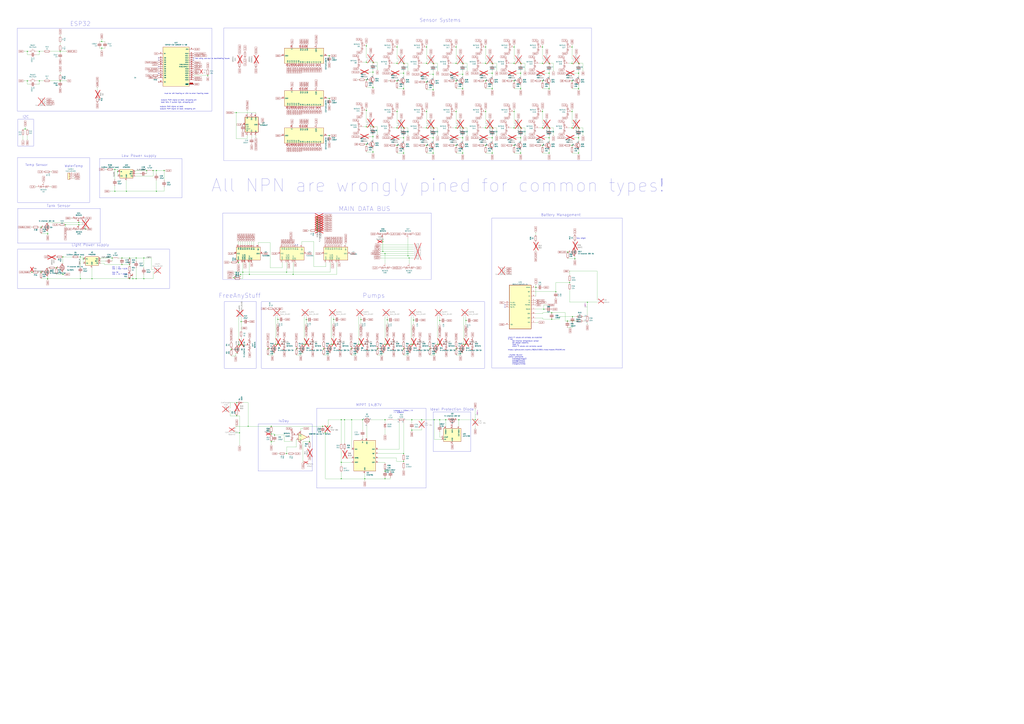
<source format=kicad_sch>
(kicad_sch
	(version 20231120)
	(generator "eeschema")
	(generator_version "8.0")
	(uuid "c26e8d55-0b6e-4c4e-b7c8-b1fed973201c")
	(paper "A0")
	(title_block
		(title "Plant Controller")
		(date "2020-12-21")
		(rev "0.4a")
		(company "C3MA")
	)
	
	(junction
		(at 278.13 502.92)
		(diameter 0)
		(color 0 0 0 0)
		(uuid "006314ff-9060-4674-a7fc-dac02fc6a66c")
	)
	(junction
		(at 314.96 504.19)
		(diameter 0)
		(color 0 0 0 0)
		(uuid "01041127-725b-4ce5-8f58-38fb3fd24a79")
	)
	(junction
		(at 667.512 300.482)
		(diameter 0)
		(color 0 0 0 0)
		(uuid "019516b6-2017-4782-b9e1-e6df47d40092")
	)
	(junction
		(at 571.5 102.87)
		(diameter 0)
		(color 0 0 0 0)
		(uuid "026b3c24-c4bc-4ca0-82cb-9b3a3781338b")
	)
	(junction
		(at 190.5 198.12)
		(diameter 0)
		(color 0 0 0 0)
		(uuid "044b370d-4a42-4fab-a8a0-78f235931201")
	)
	(junction
		(at 502.92 104.14)
		(diameter 0)
		(color 0 0 0 0)
		(uuid "05921202-6f3d-47e7-afc8-54cf16183806")
	)
	(junction
		(at 423.545 556.26)
		(diameter 0)
		(color 0 0 0 0)
		(uuid "064498dc-e504-4f86-9f3f-c7515e3a87b5")
	)
	(junction
		(at 637.54 177.8)
		(diameter 0)
		(color 0 0 0 0)
		(uuid "067aeb1c-cd17-40a2-9804-d78ecf21918c")
	)
	(junction
		(at 93.345 298.45)
		(diameter 0)
		(color 0 0 0 0)
		(uuid "06d8b90d-baa0-4504-baff-642acafdb6f4")
	)
	(junction
		(at 320.04 400.05)
		(diameter 0)
		(color 0 0 0 0)
		(uuid "09028f9d-45e1-4366-826a-88a396abe002")
	)
	(junction
		(at 671.83 177.8)
		(diameter 0)
		(color 0 0 0 0)
		(uuid "09e9f518-61d1-4fd0-86ec-2ca41f027627")
	)
	(junction
		(at 449.58 400.05)
		(diameter 0)
		(color 0 0 0 0)
		(uuid "0a372b77-1bd4-4b2a-8539-3c6b9cb168d3")
	)
	(junction
		(at 274.828 483.108)
		(diameter 0)
		(color 0 0 0 0)
		(uuid "0af1c44b-ddbf-4d31-a823-e5834c357558")
	)
	(junction
		(at 495.3 54.61)
		(diameter 0)
		(color 0 0 0 0)
		(uuid "0b9bd1bd-5d87-4203-ac6d-25f132a9d650")
	)
	(junction
		(at 664.21 168.91)
		(diameter 0)
		(color 0 0 0 0)
		(uuid "0bf93224-513b-43b0-b34e-b83cf88ace50")
	)
	(junction
		(at 31.75 59.69)
		(diameter 0)
		(color 0 0 0 0)
		(uuid "0c801748-df91-4145-83f3-9b19cb585cd0")
	)
	(junction
		(at 274.828 467.868)
		(diameter 0)
		(color 0 0 0 0)
		(uuid "0cbcfcf2-f3b3-4480-9680-29db347f36d4")
	)
	(junction
		(at 433.07 72.39)
		(diameter 0)
		(color 0 0 0 0)
		(uuid "0ebeefe8-2447-4c3c-80b1-d0d61f1efb48")
	)
	(junction
		(at 93.345 323.85)
		(diameter 0)
		(color 0 0 0 0)
		(uuid "0eea3930-0275-4c9f-97c6-e4491faf7ffd")
	)
	(junction
		(at 537.21 73.66)
		(diameter 0)
		(color 0 0 0 0)
		(uuid "0f7c9f5b-15c0-4d15-9880-73614b9dc27c")
	)
	(junction
		(at 289.56 318.77)
		(diameter 0)
		(color 0 0 0 0)
		(uuid "100d0f8b-2f86-49dd-861e-b2d9c9a4a2d9")
	)
	(junction
		(at 478.155 499.745)
		(diameter 0)
		(color 0 0 0 0)
		(uuid "136b5f16-d5fe-4c8a-8508-0e9ad86f8f43")
	)
	(junction
		(at 447.04 294.64)
		(diameter 0)
		(color 0 0 0 0)
		(uuid "14b6b14d-4e33-4c9c-a6d4-2829760e6cc4")
	)
	(junction
		(at 489.585 487.68)
		(diameter 0)
		(color 0 0 0 0)
		(uuid "15c019f7-a03b-47ae-a51c-abc73c51bd40")
	)
	(junction
		(at 563.88 54.61)
		(diameter 0)
		(color 0 0 0 0)
		(uuid "1b762162-080c-4e36-b68b-d3bd15571f83")
	)
	(junction
		(at 368.3 265.43)
		(diameter 0)
		(color 0 0 0 0)
		(uuid "1e71c6eb-62eb-41d4-bfde-df1e7aa7c319")
	)
	(junction
		(at 444.5 280.67)
		(diameter 0)
		(color 0 0 0 0)
		(uuid "1ec24ea8-049a-4547-addf-26eafaa81113")
	)
	(junction
		(at 332.74 527.05)
		(diameter 0)
		(color 0 0 0 0)
		(uuid "1ef17c59-222a-4989-aa08-3c7f869a2700")
	)
	(junction
		(at 468.63 85.09)
		(diameter 0)
		(color 0 0 0 0)
		(uuid "1f4e3c83-7f84-4013-8458-3254f2649743")
	)
	(junction
		(at 277.368 400.812)
		(diameter 0)
		(color 0 0 0 0)
		(uuid "2124662e-0101-4907-a279-d22f77f179e9")
	)
	(junction
		(at 419.1 371.348)
		(diameter 0)
		(color 0 0 0 0)
		(uuid "2125b107-250d-44b9-ae2a-63555b15b96b")
	)
	(junction
		(at 271.78 322.58)
		(diameter 0)
		(color 0 0 0 0)
		(uuid "21c9489c-b7e7-411e-8242-06cb982ccdfb")
	)
	(junction
		(at 541.02 400.05)
		(diameter 0)
		(color 0 0 0 0)
		(uuid "225164a2-0641-4a42-83a1-eb3ceb752f37")
	)
	(junction
		(at 387.35 371.094)
		(diameter 0)
		(color 0 0 0 0)
		(uuid "22b03adb-32c5-4612-9736-645d72daaf12")
	)
	(junction
		(at 510.54 487.68)
		(diameter 0)
		(color 0 0 0 0)
		(uuid "243935e2-4f6a-429d-bbc1-4327fafdf466")
	)
	(junction
		(at 368.3 262.89)
		(diameter 0)
		(color 0 0 0 0)
		(uuid "252d4a75-2db7-460c-aaed-b4520213017f")
	)
	(junction
		(at 425.45 92.71)
		(diameter 0)
		(color 0 0 0 0)
		(uuid "25d1ef73-18e6-4b45-b6a0-d161dc281a1c")
	)
	(junction
		(at 158.115 299.72)
		(diameter 0)
		(color 0 0 0 0)
		(uuid "27bdfd08-9fa2-4018-8386-f5f9458ea23f")
	)
	(junction
		(at 407.67 405.13)
		(diameter 0)
		(color 0 0 0 0)
		(uuid "288439ce-4d40-4524-9a56-c937c30e7f5c")
	)
	(junction
		(at 96.647 300.863)
		(diameter 0)
		(color 0 0 0 0)
		(uuid "2977a76b-3c36-4356-9c23-ef25b0e79774")
	)
	(junction
		(at 480.06 400.05)
		(diameter 0)
		(color 0 0 0 0)
		(uuid "2affe026-8dd0-4fb0-90f9-21a8fa9a4bdc")
	)
	(junction
		(at 659.257 292.862)
		(diameter 0)
		(color 0 0 0 0)
		(uuid "2e5d7e3a-d510-4703-91de-7e2ba8a4a274")
	)
	(junction
		(at 461.01 148.59)
		(diameter 0)
		(color 0 0 0 0)
		(uuid "30055c98-462c-4777-a626-cf867239e38d")
	)
	(junction
		(at 55.245 323.85)
		(diameter 0)
		(color 0 0 0 0)
		(uuid "30c447cc-ce18-498c-a30a-de1223bde459")
	)
	(junction
		(at 671.83 148.59)
		(diameter 0)
		(color 0 0 0 0)
		(uuid "31a2a121-855b-4cf9-8440-5bbee3de3f05")
	)
	(junction
		(at 433.07 83.82)
		(diameter 0)
		(color 0 0 0 0)
		(uuid "31ba5875-8927-4bfd-a4f8-3adf246769c4")
	)
	(junction
		(at 596.9 93.98)
		(diameter 0)
		(color 0 0 0 0)
		(uuid "32072a9c-d2dd-4fe3-9085-b2b6c66fab96")
	)
	(junction
		(at 65.405 311.15)
		(diameter 0)
		(color 0 0 0 0)
		(uuid "33109daa-b629-475e-bf83-217328126604")
	)
	(junction
		(at 322.58 400.05)
		(diameter 0)
		(color 0 0 0 0)
		(uuid "34e846f7-9dcf-4f40-8420-68c319584cee")
	)
	(junction
		(at 433.07 158.75)
		(diameter 0)
		(color 0 0 0 0)
		(uuid "37a79285-75dc-47b1-85e2-e9c3d074f7c7")
	)
	(junction
		(at 380.365 495.3)
		(diameter 0)
		(color 0 0 0 0)
		(uuid "394a6417-c4c4-43a0-ad22-7a964e628e7d")
	)
	(junction
		(at 571.5 73.66)
		(diameter 0)
		(color 0 0 0 0)
		(uuid "3cc3bd38-c946-4c29-a625-e712e268d838")
	)
	(junction
		(at 314.96 513.08)
		(diameter 0)
		(color 0 0 0 0)
		(uuid "3d8fb177-4b5a-4526-95fd-c4109587c044")
	)
	(junction
		(at 274.32 130.81)
		(diameter 0)
		(color 0 0 0 0)
		(uuid "3e916cc3-c4bb-4a04-9995-635a73841757")
	)
	(junction
		(at 537.21 86.36)
		(diameter 0)
		(color 0 0 0 0)
		(uuid "4120f630-88f8-4958-99c5-be8a6b4772f2")
	)
	(junction
		(at 645.414 338.963)
		(diameter 0)
		(color 0 0 0 0)
		(uuid "41246bb7-c8e2-4c38-9094-9b2d2a32bbbe")
	)
	(junction
		(at 461.01 93.98)
		(diameter 0)
		(color 0 0 0 0)
		(uuid "4126858c-c206-4bef-b39b-428bcec4deec")
	)
	(junction
		(at 508 400.05)
		(diameter 0)
		(color 0 0 0 0)
		(uuid "415b2ab4-f4dd-4fee-870b-9ba95dac6a8b")
	)
	(junction
		(at 571.5 148.59)
		(diameter 0)
		(color 0 0 0 0)
		(uuid "4406cfee-0ff2-44ef-a1ef-e6149581217c")
	)
	(junction
		(at 29.21 149.86)
		(diameter 0)
		(color 0 0 0 0)
		(uuid "447db467-5e2a-4cce-9c81-3e3ccb72d2ba")
	)
	(junction
		(at 69.85 59.69)
		(diameter 0)
		(color 0 0 0 0)
		(uuid "44bf766d-2222-4637-ada1-6cbff94abbf8")
	)
	(junction
		(at 150.495 323.85)
		(diameter 0)
		(color 0 0 0 0)
		(uuid "44cd3143-c150-4d17-bd07-6ba56767d7c5")
	)
	(junction
		(at 681.99 351.155)
		(diameter 0)
		(color 0 0 0 0)
		(uuid "4508e97c-f8e4-4ecb-9775-d92576a69269")
	)
	(junction
		(at 495.3 168.91)
		(diameter 0)
		(color 0 0 0 0)
		(uuid "4593d6e5-bc8e-48f0-9775-93846c33113e")
	)
	(junction
		(at 551.815 487.68)
		(diameter 0)
		(color 0 0 0 0)
		(uuid "464f670a-23da-4072-9135-c7f8cde45344")
	)
	(junction
		(at 353.06 400.05)
		(diameter 0)
		(color 0 0 0 0)
		(uuid "477944b3-0f91-44bb-99ca-1f00b91186f2")
	)
	(junction
		(at 637.54 85.09)
		(diameter 0)
		(color 0 0 0 0)
		(uuid "48fa581b-e31c-40cd-be78-2d3ece0a1d84")
	)
	(junction
		(at 461.01 54.61)
		(diameter 0)
		(color 0 0 0 0)
		(uuid "499fccfc-5e44-4fef-9ee9-4d1fdf9faa8f")
	)
	(junction
		(at 495.3 148.59)
		(diameter 0)
		(color 0 0 0 0)
		(uuid "4bdd9a73-35ba-455b-971d-29ad86479519")
	)
	(junction
		(at 344.17 405.13)
		(diameter 0)
		(color 0 0 0 0)
		(uuid "4c43d807-6025-4458-873e-b0e60bc37c3c")
	)
	(junction
		(at 664.21 54.61)
		(diameter 0)
		(color 0 0 0 0)
		(uuid "4f51b0d3-b93c-48c1-8f94-d8097a17151c")
	)
	(junction
		(at 141.605 299.72)
		(diameter 0)
		(color 0 0 0 0)
		(uuid "4fc5b79a-48b8-4875-b2fa-ce2c0b207ed6")
	)
	(junction
		(at 433.07 176.53)
		(diameter 0)
		(color 0 0 0 0)
		(uuid "5087ffa7-63f2-46a1-b798-fd54a43209da")
	)
	(junction
		(at 419.1 400.05)
		(diameter 0)
		(color 0 0 0 0)
		(uuid "547e0024-8ca5-4fd9-9ed0-6e6fa4efe2d1")
	)
	(junction
		(at 433.07 101.6)
		(diameter 0)
		(color 0 0 0 0)
		(uuid "548c700b-f320-487b-b1e6-213ddcf734d3")
	)
	(junction
		(at 276.86 304.8)
		(diameter 0)
		(color 0 0 0 0)
		(uuid "54c228c6-a419-4461-b51c-f4689ab11c16")
	)
	(junction
		(at 480.06 371.856)
		(diameter 0)
		(color 0 0 0 0)
		(uuid "54f14d31-ee75-4d90-bbd6-d53b9269dae6")
	)
	(junction
		(at 596.9 168.91)
		(diameter 0)
		(color 0 0 0 0)
		(uuid "553fd55b-c9b0-4d42-8fea-fe608c6b3e8f")
	)
	(junction
		(at 504.19 487.68)
		(diameter 0)
		(color 0 0 0 0)
		(uuid "55707df8-1ce8-4b01-b189-1ba64f13e6d9")
	)
	(junction
		(at 447.04 487.68)
		(diameter 0)
		(color 0 0 0 0)
		(uuid "557c9344-c4f5-407c-87a3-c05772708fc7")
	)
	(junction
		(at 425.45 128.27)
		(diameter 0)
		(color 0 0 0 0)
		(uuid "56ab9f7a-a80d-45b5-9f13-38a6ae5e5a2f")
	)
	(junction
		(at 664.718 367.919)
		(diameter 0)
		(color 0 0 0 0)
		(uuid "571c9066-df12-43af-bb34-ea8f17352e33")
	)
	(junction
		(at 47.752 263.906)
		(diameter 0)
		(color 0 0 0 0)
		(uuid "5a159a05-57fa-411f-9de3-7f0e035fb745")
	)
	(junction
		(at 154.305 323.85)
		(diameter 0)
		(color 0 0 0 0)
		(uuid "5a782664-d096-4b9f-8da4-e576a5adbff8")
	)
	(junction
		(at 468.63 527.05)
		(diameter 0)
		(color 0 0 0 0)
		(uuid "5aef8b40-8452-4805-a5e4-da8d93469853")
	)
	(junction
		(at 604.52 85.09)
		(diameter 0)
		(color 0 0 0 0)
		(uuid "5db28c81-ecda-48cf-9cf5-82a4652c2d72")
	)
	(junction
		(at 596.9 73.66)
		(diameter 0)
		(color 0 0 0 0)
		(uuid "5de7b025-2047-4e98-ad34-d25039409f9e")
	)
	(junction
		(at 311.15 405.13)
		(diameter 0)
		(color 0 0 0 0)
		(uuid "5df117be-4263-48e0-a710-5721bdeecfb9")
	)
	(junction
		(at 382.27 157.48)
		(diameter 0)
		(color 0 0 0 0)
		(uuid "5e7a5161-1647-47d6-9e0b-ff9ce9e31b86")
	)
	(junction
		(at 495.3 95.25)
		(diameter 0)
		(color 0 0 0 0)
		(uuid "5ebba679-b1e7-40e7-a21c-eaac87c82160")
	)
	(junction
		(at 433.07 147.32)
		(diameter 0)
		(color 0 0 0 0)
		(uuid "5ee86e6c-9861-45ff-aaf3-b0ce155250f5")
	)
	(junction
		(at 532.765 487.68)
		(diameter 0)
		(color 0 0 0 0)
		(uuid "60684402-d96a-439d-a47a-f1940a639b1b")
	)
	(junction
		(at 637.54 73.66)
		(diameter 0)
		(color 0 0 0 0)
		(uuid "6283297a-b875-4df2-a42b-317a52403718")
	)
	(junction
		(at 133.35 222.25)
		(diameter 0)
		(color 0 0 0 0)
		(uuid "62e83d49-6450-4f8e-9161-9823cbd9fa8a")
	)
	(junction
		(at 396.24 556.26)
		(diameter 0)
		(color 0 0 0 0)
		(uuid "62e8e510-5776-41a5-b7ef-659764595cf0")
	)
	(junction
		(at 629.92 54.61)
		(diameter 0)
		(color 0 0 0 0)
		(uuid "639a9374-4baa-414a-a5c4-7e13d2852c2e")
	)
	(junction
		(at 468.63 102.87)
		(diameter 0)
		(color 0 0 0 0)
		(uuid "650b02e4-fb4a-4097-88f3-57b476d8f112")
	)
	(junction
		(at 529.59 54.61)
		(diameter 0)
		(color 0 0 0 0)
		(uuid "66f71efe-5a3b-4842-81ad-702f6a9183fb")
	)
	(junction
		(at 332.74 316.23)
		(diameter 0)
		(color 0 0 0 0)
		(uuid "68f4d8af-c27e-4056-a2a9-dbd2514de570")
	)
	(junction
		(at 664.21 93.98)
		(diameter 0)
		(color 0 0 0 0)
		(uuid "690f2dc5-5473-4546-a0f5-1e3f20786db0")
	)
	(junction
		(at 478.155 487.68)
		(diameter 0)
		(color 0 0 0 0)
		(uuid "697147b1-0224-4f54-a454-fb14851852a2")
	)
	(junction
		(at 502.92 73.66)
		(diameter 0)
		(color 0 0 0 0)
		(uuid "6b072436-9cc5-44f0-8cab-e5273772d205")
	)
	(junction
		(at 517.525 487.68)
		(diameter 0)
		(color 0 0 0 0)
		(uuid "6b9d9747-b3ff-43d2-8486-466834aa4452")
	)
	(junction
		(at 447.04 547.37)
		(diameter 0)
		(color 0 0 0 0)
		(uuid "6bee4d3f-40c6-4254-8d07-1c0c6ec2a6f4")
	)
	(junction
		(at 449.58 371.602)
		(diameter 0)
		(color 0 0 0 0)
		(uuid "6c849387-b46a-4c70-adb8-4a7816d1702c")
	)
	(junction
		(at 130.175 299.72)
		(diameter 0)
		(color 0 0 0 0)
		(uuid "6e8888f6-ec84-4dea-a75b-c49e51edec1e")
	)
	(junction
		(at 571.5 177.8)
		(diameter 0)
		(color 0 0 0 0)
		(uuid "6ee7607b-1843-4037-994f-9b421f85c34b")
	)
	(junction
		(at 596.9 148.59)
		(diameter 0)
		(color 0 0 0 0)
		(uuid "708152d4-5c67-4c3c-967a-78dd154354ad")
	)
	(junction
		(at 529.59 93.98)
		(diameter 0)
		(color 0 0 0 0)
		(uuid "718782ac-57c8-435b-9457-ce995955847d")
	)
	(junction
		(at 368.3 257.81)
		(diameter 0)
		(color 0 0 0 0)
		(uuid "7357611e-6eb5-4b44-a3c1-ee563f8ae0ea")
	)
	(junction
		(at 447.04 400.05)
		(diameter 0)
		(color 0 0 0 0)
		(uuid "74872d2f-df92-44ce-a737-7d0693ac46a3")
	)
	(junction
		(at 288.163 495.3)
		(diameter 0)
		(color 0 0 0 0)
		(uuid "74d5e0e4-cd91-4e01-8980-afaf347113fd")
	)
	(junction
		(at 91.44 258.572)
		(diameter 0)
		(color 0 0 0 0)
		(uuid "750169c9-8dda-4196-8b70-7629a1386317")
	)
	(junction
		(at 421.005 487.68)
		(diameter 0)
		(color 0 0 0 0)
		(uuid "792fa4db-0ff6-47c2-b282-e4d8f6701888")
	)
	(junction
		(at 637.54 102.87)
		(diameter 0)
		(color 0 0 0 0)
		(uuid "79ec289a-2f85-4055-9210-f7916fbc3d1f")
	)
	(junction
		(at 596.9 54.61)
		(diameter 0)
		(color 0 0 0 0)
		(uuid "7a5115d1-34f1-4afd-aab6-8c3f89df22ba")
	)
	(junction
		(at 671.83 160.02)
		(diameter 0)
		(color 0 0 0 0)
		(uuid "7e319f56-b85a-4463-b8f9-7ad8f5763ea8")
	)
	(junction
		(at 146.812 222.25)
		(diameter 0)
		(color 0 0 0 0)
		(uuid "7ea02348-2ae2-4ac7-a02a-9029063eb3d7")
	)
	(junction
		(at 637.54 160.02)
		(diameter 0)
		(color 0 0 0 0)
		(uuid "7eac8976-1652-4c0a-a76d-0530fe3ae3ae")
	)
	(junction
		(at 461.01 129.54)
		(diameter 0)
		(color 0 0 0 0)
		(uuid "7f0237e1-1d71-4027-86cb-d7488d6dce27")
	)
	(junction
		(at 281.94 316.23)
		(diameter 0)
		(color 0 0 0 0)
		(uuid "805ba7db-9e85-428e-9f5b-9063e8278c60")
	)
	(junction
		(at 468.63 405.13)
		(diameter 0)
		(color 0 0 0 0)
		(uuid "80f5b8a1-cdbe-4850-a609-339b8c898669")
	)
	(junction
		(at 473.71 297.18)
		(diameter 0)
		(color 0 0 0 0)
		(uuid "819a85d3-cd43-455c-8023-715c1f29dcd2")
	)
	(junction
		(at 502.92 160.02)
		(diameter 0)
		(color 0 0 0 0)
		(uuid "8239b883-7ac0-49ae-91b3-07b3826c7fe2")
	)
	(junction
		(at 73.025 298.45)
		(diameter 0)
		(color 0 0 0 0)
		(uuid "82572895-6594-489b-b5dd-a8b4d09bcb09")
	)
	(junction
		(at 177.8 198.12)
		(diameter 0)
		(color 0 0 0 0)
		(uuid "843e9870-799e-444a-a4e6-716ced5cbe43")
	)
	(junction
		(at 637.54 148.59)
		(diameter 0)
		(color 0 0 0 0)
		(uuid "89062818-c01b-4c5a-a12c-1e35d52780ff")
	)
	(junction
		(at 425.45 53.34)
		(diameter 0)
		(color 0 0 0 0)
		(uuid "89c9668d-eb10-4371-9427-2b0654758741")
	)
	(junction
		(at 400.05 487.68)
		(diameter 0)
		(color 0 0 0 0)
		(uuid "8badbd3a-472d-49c6-9995-2681ebcad861")
	)
	(junction
		(at 563.88 93.98)
		(diameter 0)
		(color 0 0 0 0)
		(uuid "8bd86f79-7f9c-4c30-9dd8-981806e53813")
	)
	(junction
		(at 671.83 102.87)
		(diameter 0)
		(color 0 0 0 0)
		(uuid "8db1d203-e627-40a1-9aa1-eb87a34a27ca")
	)
	(junction
		(at 75.946 261.112)
		(diameter 0)
		(color 0 0 0 0)
		(uuid "8dbf3f53-4dbe-4577-8253-5d3d05e20a7d")
	)
	(junction
		(at 375.92 405.13)
		(diameter 0)
		(color 0 0 0 0)
		(uuid "8ddc18df-7f6d-40fe-971f-5b7ea913cac2")
	)
	(junction
		(at 495.3 73.66)
		(diameter 0)
		(color 0 0 0 0)
		(uuid "91f51afc-74e9-4689-bf90-5b054783b568")
	)
	(junction
		(at 136.652 199.39)
		(diameter 0)
		(color 0 0 0 0)
		(uuid "9330ab14-2e88-49fc-b8ec-647acef19c05")
	)
	(junction
		(at 425.45 147.32)
		(diameter 0)
		(color 0 0 0 0)
		(uuid "93f019f6-1cb2-47ce-ad4a-b71afdbed778")
	)
	(junction
		(at 529.59 129.54)
		(diameter 0)
		(color 0 0 0 0)
		(uuid "943b67a7-896a-4d51-b5a7-cd6889520825")
	)
	(junction
		(at 571.5 160.02)
		(diameter 0)
		(color 0 0 0 0)
		(uuid "944582dc-9ad6-4270-b98c-6b7423b11410")
	)
	(junction
		(at 537.21 148.59)
		(diameter 0)
		(color 0 0 0 0)
		(uuid "957e10ff-76bd-489f-b9fe-ab1fdb884450")
	)
	(junction
		(at 368.3 255.27)
		(diameter 0)
		(color 0 0 0 0)
		(uuid "95e16490-1476-42b0-b339-2eae951bab1c")
	)
	(junction
		(at 150.495 307.34)
		(diameter 0)
		(color 0 0 0 0)
		(uuid "96f15460-13f3-4312-89f8-b71934eaedb8")
	)
	(junction
		(at 671.83 73.66)
		(diameter 0)
		(color 0 0 0 0)
		(uuid "974cb32f-b17f-415b-a3ed-4c573300644d")
	)
	(junction
		(at 106.807 323.85)
		(diameter 0)
		(color 0 0 0 0)
		(uuid "977868cb-abe1-483f-8f43-5a8a20726067")
	)
	(junction
		(at 563.88 168.91)
		(diameter 0)
		(color 0 0 0 0)
		(uuid "979d0b85-f2dc-43e5-91a2-e7e9a479ccd3")
	)
	(junction
		(at 382.27 64.77)
		(diameter 0)
		(color 0 0 0 0)
		(uuid "99de8f7d-0bac-4189-8a58-7eb488261416")
	)
	(junction
		(at 571.5 85.09)
		(diameter 0)
		(color 0 0 0 0)
		(uuid "9b65336d-5277-4cda-9817-8d963731baca")
	)
	(junction
		(at 241.3 87.63)
		(diameter 0)
		(color 0 0 0 0)
		(uuid "9d32f91d-40f9-42f9-b044-70d19854227e")
	)
	(junction
		(at 510.54 372.364)
		(diameter 0)
		(color 0 0 0 0)
		(uuid "a1d7e5c8-d217-457c-b56c-ecad97fd4c0e")
	)
	(junction
		(at 538.48 400.05)
		(diameter 0)
		(color 0 0 0 0)
		(uuid "a29c0663-342d-4535-aac0-b31dad8318cf")
	)
	(junction
		(at 45.72 59.69)
		(diameter 0)
		(color 0 0 0 0)
		(uuid "a3104c80-278d-416a-b409-fd08d784c6c7")
	)
	(junction
		(at 563.88 73.66)
		(diameter 0)
		(color 0 0 0 0)
		(uuid "a4f2e3e9-2f62-4ed2-91cb-96ac4bea021e")
	)
	(junction
		(at 355.6 400.05)
		(diameter 0)
		(color 0 0 0 0)
		(uuid "a685894a-983c-450f-b9c3-4d7e6d929974")
	)
	(junction
		(at 425.45 167.64)
		(diameter 0)
		(color 0 0 0 0)
		(uuid "a692c08c-551f-44a7-adb6-606c3bb62932")
	)
	(junction
		(at 167.005 323.85)
		(diameter 0)
		(color 0 0 0 0)
		(uuid "a70da482-a861-4e2f-9d2b-6183a6f0f87e")
	)
	(junction
		(at 37.084 316.23)
		(diameter 0)
		(color 0 0 0 0)
		(uuid "a757038c-5365-4452-9233-cd270451996f")
	)
	(junction
		(at 629.92 129.54)
		(diameter 0)
		(color 0 0 0 0)
		(uuid "a77abfe7-e262-4002-9648-a4dca1c184b1")
	)
	(junction
		(at 495.3 129.54)
		(diameter 0)
		(color 0 0 0 0)
		(uuid "a7ead05e-fd26-4f6a-98b1-c130e29a0605")
	)
	(junction
		(at 468.63 535.94)
		(diameter 0)
		(color 0 0 0 0)
		(uuid "a8c1d291-f95c-499f-a8f0-8d347b07d19e")
	)
	(junction
		(at 408.305 487.68)
		(diameter 0)
		(color 0 0 0 0)
		(uuid "a90e40e7-9f3e-4a7e-bc30-d292bc1ab9ed")
	)
	(junction
		(at 396.24 487.68)
		(diameter 0)
		(color 0 0 0 0)
		(uuid "a918e227-4862-4ef1-b1b4-1ecbab47421d")
	)
	(junction
		(at 529.59 168.91)
		(diameter 0)
		(color 0 0 0 0)
		(uuid "a97fc95b-6246-49f0-b0cf-bf3aa6f54de2")
	)
	(junction
		(at 99.314 266.192)
		(diameter 0)
		(color 0 0 0 0)
		(uuid "a99f2dd3-1db5-4646-bd5d-42af73cee85a")
	)
	(junction
		(at 377.825 502.92)
		(diameter 0)
		(color 0 0 0 0)
		(uuid "aa0d7669-67ff-4603-888b-7d15a03d73a6")
	)
	(junction
		(at 150.495 299.72)
		(diameter 0)
		(color 0 0 0 0)
		(uuid "aa659c87-6d9f-4a94-913b-ec00337baaa9")
	)
	(junction
		(at 537.21 160.02)
		(diameter 0)
		(color 0 0 0 0)
		(uuid "aa7470b0-25fe-426c-8e11-da1c1d924805")
	)
	(junction
		(at 141.605 307.34)
		(diameter 0)
		(color 0 0 0 0)
		(uuid "ab83cc7b-a4bb-42ce-806a-ad57b1f1f16f")
	)
	(junction
		(at 622.3 333.883)
		(diameter 0)
		(color 0 0 0 0)
		(uuid "abed498a-7286-4258-a6a3-0ad40837fa9c")
	)
	(junction
		(at 318.77 505.46)
		(diameter 0)
		(color 0 0 0 0)
		(uuid "ac18742b-0669-4417-bf96-99d1ab0ff75f")
	)
	(junction
		(at 529.59 405.13)
		(diameter 0)
		(color 0 0 0 0)
		(uuid "ac6041ae-1077-46a6-b33a-6e568b0f7d89")
	)
	(junction
		(at 355.6 371.348)
		(diameter 0)
		(color 0 0 0 0)
		(uuid "ae161ff6-e303-4db5-b037-b1f45682a4bb")
	)
	(junction
		(at 604.52 73.66)
		(diameter 0)
		(color 0 0 0 0)
		(uuid "af24c530-bace-4098-b28e-8213bb1a8743")
	)
	(junction
		(at 359.41 513.08)
		(diameter 0)
		(color 0 0 0 0)
		(uuid "b3465a47-f032-463a-8cb4-a402cd509d71")
	)
	(junction
		(at 382.27 114.3)
		(diameter 0)
		(color 0 0 0 0)
		(uuid "b5f987b1-82e9-4d50-afd8-20682cecf96f")
	)
	(junction
		(at 468.63 177.8)
		(diameter 0)
		(color 0 0 0 0)
		(uuid "b88c6033-15ac-4b13-83da-7bbe1c1195dd")
	)
	(junction
		(at 502.92 177.8)
		(diameter 0)
		(color 0 0 0 0)
		(uuid "bb2d97e8-7888-40b3-ad5f-0b2ed971ec7b")
	)
	(junction
		(at 73.025 318.77)
		(diameter 0)
		(color 0 0 0 0)
		(uuid "c1341956-3e76-4b89-ab41-469a1db0015c")
	)
	(junction
		(at 510.54 400.05)
		(diameter 0)
		(color 0 0 0 0)
		(uuid "c1611925-d0ac-42a4-83ae-6844b1cb71e3")
	)
	(junction
		(at 461.01 73.66)
		(diameter 0)
		(color 0 0 0 0)
		(uuid "c1f12c77-fc36-4c4e-9402-b971f8787376")
	)
	(junction
		(at 91.44 261.112)
		(diameter 0)
		(color 0 0 0 0)
		(uuid "c2c812ed-41b4-4200-984f-e76eae1d14de")
	)
	(junction
		(at 45.72 93.98)
		(diameter 0)
		(color 0 0 0 0)
		(uuid "c39add44-ba76-41fb-8f18-28fa0366e282")
	)
	(junction
		(at 314.96 495.3)
		(diameter 0)
		(color 0 0 0 0)
		(uuid "c658b47a-3e79-4147-ac21-89a17ecf409a")
	)
	(junction
		(at 322.58 371.094)
		(diameter 0)
		(color 0 0 0 0)
		(uuid "c6d07995-bb57-4c01-9d40-c8c408016a09")
	)
	(junction
		(at 468.63 73.66)
		(diameter 0)
		(color 0 0 0 0)
		(uuid "c9bcc4dd-2e45-4814-917d-222bf96092ff")
	)
	(junction
		(at 181.61 222.25)
		(diameter 0)
		(color 0 0 0 0)
		(uuid "cac620f5-0af6-41f8-9844-d9f07ee0c129")
	)
	(junction
		(at 396.24 537.21)
		(diameter 0)
		(color 0 0 0 0)
		(uuid "caf08951-498e-42d7-836c-4ada133aecad")
	)
	(junction
		(at 279.908 373.634)
		(diameter 0)
		(color 0 0 0 0)
		(uuid "cbfbbc2e-484a-4954-8dc2-c7386c5d1301")
	)
	(junction
		(at 640.588 363.347)
		(diameter 0)
		(color 0 0 0 0)
		(uuid "cc2cd7a1-fffc-47d8-9f80-fed0488b65e2")
	)
	(junction
		(at 529.59 73.66)
		(diameter 0)
		(color 0 0 0 0)
		(uuid "cc4db2b3-7a3d-4ef2-b3b0-bc2a5b38938e")
	)
	(junction
		(at 133.35 196.85)
		(diameter 0)
		(color 0 0 0 0)
		(uuid "cc922bc0-96bd-4b17-b53a-b9b1b8fdaebf")
	)
	(junction
		(at 629.92 93.98)
		(diameter 0)
		(color 0 0 0 0)
		(uuid "ceefa2d2-00e3-4b3c-a7ad-0e8ac388ebb9")
	)
	(junction
		(at 604.52 177.8)
		(diameter 0)
		(color 0 0 0 0)
		(uuid "d001e9a1-587b-41cc-81aa-c56d8da361ee")
	)
	(junction
		(at 499.11 405.13)
		(diameter 0)
		(color 0 0 0 0)
		(uuid "d0ccfc37-9d2e-4994-b901-fab6c387aa2a")
	)
	(junction
		(at 537.21 177.8)
		(diameter 0)
		(color 0 0 0 0)
		(uuid "d1010438-7a43-4538-9e86-217bd01f8c14")
	)
	(junction
		(at 368.3 267.97)
		(diameter 0)
		(color 0 0 0 0)
		(uuid "d14a960b-df64-4cee-80fc-25c3debc3b63")
	)
	(junction
		(at 158.115 323.85)
		(diameter 0)
		(color 0 0 0 0)
		(uuid "d17c286e-9606-4cb2-902a-10021903ed9a")
	)
	(junction
		(at 671.83 85.09)
		(diameter 0)
		(color 0 0 0 0)
		(uuid "d1d52e82-91ba-48cd-b468-139b1071e8d5")
	)
	(junction
		(at 31.75 93.98)
		(diameter 0)
		(color 0 0 0 0)
		(uuid "d2b0a197-1410-44de-bdc3-e63959ff5b39")
	)
	(junction
		(at 537.21 102.87)
		(diameter 0)
		(color 0 0 0 0)
		(uuid "d2b90904-e6cb-4742-881e-0fd35570115c")
	)
	(junction
		(at 368.3 252.73)
		(diameter 0)
		(color 0 0 0 0)
		(uuid "d48d5ecb-021c-46d1-b6e1-8cccf5ad30d1")
	)
	(junction
		(at 661.416 328.295)
		(diameter 0)
		(color 0 0 0 0)
		(uuid "d5d6a42c-48b3-4a54-a79b-12276d91096b")
	)
	(junction
		(at 55.372 271.526)
		(diameter 0)
		(color 0 0 0 0)
		(uuid "d6db9766-b81b-4a66-bc0a-843f0aeb559b")
	)
	(junction
		(at 541.02 372.364)
		(diameter 0)
		(color 0 0 0 0)
		(uuid "d776c8dc-ee54-41b4-8224-e7ddbf0679dc")
	)
	(junction
		(at 640.588 370.967)
		(diameter 0)
		(color 0 0 0 0)
		(uuid "da137c69-6bb9-4555-bf7f-fd4ad6c5fd06")
	)
	(junction
		(at 438.15 405.13)
		(diameter 0)
		(color 0 0 0 0)
		(uuid "db8fa153-556e-4fc4-a8b6-63a7062d08ed")
	)
	(junction
		(at 425.45 72.39)
		(diameter 0)
		(color 0 0 0 0)
		(uuid "dc8c6e94-1eff-45c1-b92e-b1caf2f34015")
	)
	(junction
		(at 181.61 198.12)
		(diameter 0)
		(color 0 0 0 0)
		(uuid "dd5d2f91-6f31-4419-a01a-1ac3389098ab")
	)
	(junction
		(at 374.65 495.3)
		(diameter 0)
		(color 0 0 0 0)
		(uuid "dda3d65b-6f54-4ee4-b1a0-dc35f1b01992")
	)
	(junction
		(at 170.18 198.12)
		(diameter 0)
		(color 0 0 0 0)
		(uuid "de92b6a6-7a53-41cb-a051-66e1e7d1d440")
	)
	(junction
		(at 368.3 260.35)
		(diameter 0)
		(color 0 0 0 0)
		(uuid "dfafa1ec-5cf4-4609-89b7-e43a37c90c17")
	)
	(junction
		(at 529.59 148.59)
		(diameter 0)
		(color 0 0 0 0)
		(uuid "e018a52d-1f7f-43d2-9757-f2f7c2a0a9c0")
	)
	(junction
		(at 604.52 148.59)
		(diameter 0)
		(color 0 0 0 0)
		(uuid "e0334824-28a0-4a4e-ab6d-b2e5a2ed4e19")
	)
	(junction
		(at 604.52 160.02)
		(diameter 0)
		(color 0 0 0 0)
		(uuid "e03df205-b0f8-4eb0-94ac-6d108b56efdd")
	)
	(junction
		(at 664.21 73.66)
		(diameter 0)
		(color 0 0 0 0)
		(uuid "e3a79e63-e583-47fd-8a7e-9e2f377a96f0")
	)
	(junction
		(at 268.478 405.892)
		(diameter 0)
		(color 0 0 0 0)
		(uuid "e3bac401-521f-443a-951f-18f502070861")
	)
	(junction
		(at 340.36 318.77)
		(diameter 0)
		(color 0 0 0 0)
		(uuid "e464f851-f7e1-4e95-b3ff-5a5e1e06a88d")
	)
	(junction
		(at 167.005 299.72)
		(diameter 0)
		(color 0 0 0 0)
		(uuid "e48746df-7668-499a-98dc-b9ffcda2bccd")
	)
	(junction
		(at 47.625 316.23)
		(diameter 0)
		(color 0 0 0 0)
		(uuid "e4c2dbc9-3598-4718-afb3-500c7ff75445")
	)
	(junction
		(at 447.04 556.26)
		(diameter 0)
		(color 0 0 0 0)
		(uuid "e5f993bb-4d95-4a9a-b24b-923011bb963a")
	)
	(junction
		(at 387.35 400.05)
		(diameter 0)
		(color 0 0 0 0)
		(uuid "e6344c4b-5e26-4315-8e1d-efd642df3581")
	)
	(junction
		(at 563.88 148.59)
		(diameter 0)
		(color 0 0 0 0)
		(uuid "e76d7a19-9315-45bb-9ea4-e65adba1a7a8")
	)
	(junction
		(at 444.5 292.1)
		(diameter 0)
		(color 0 0 0 0)
		(uuid "e86900c0-86ce-4777-88bb-4f9ecf777fc0")
	)
	(junction
		(at 629.92 168.91)
		(diameter 0)
		(color 0 0 0 0)
		(uuid "e879c254-09e3-4fcf-9f2d-28dd7d9ba433")
	)
	(junction
		(at 468.63 148.59)
		(diameter 0)
		(color 0 0 0 0)
		(uuid "e97dcb44-7b48-4f00-aba6-795f672687ba")
	)
	(junction
		(at 631.444 359.283)
		(diameter 0)
		(color 0 0 0 0)
		(uuid "ea2ed474-b80c-41c1-b8f5-085b08547d63")
	)
	(junction
		(at 658.876 372.999)
		(diameter 0)
		(color 0 0 0 0)
		(uuid "ea4d2cbb-15b1-43ba-9c85-87d68b81d9f6")
	)
	(junction
		(at 279.908 400.812)
		(diameter 0)
		(color 0 0 0 0)
		(uuid "ea81a12e-80a8-4055-a8fc-17c9562b0042")
	)
	(junction
		(at 279.4 318.77)
		(diameter 0)
		(color 0 0 0 0)
		(uuid "eb134ef6-0e32-46e8-9263-d8797dfe432d")
	)
	(junction
		(at 629.92 73.66)
		(diameter 0)
		(color 0 0 0 0)
		(uuid "ec234dbf-5504-4d77-9942-03edf134f9e0")
	)
	(junction
		(at 118.11 55.88)
		(diameter 0)
		(color 0 0 0 0)
		(uuid "eccbfa59-0c6d-47df-8d18-db1d8a427072")
	)
	(junction
		(at 69.85 93.98)
		(diameter 0)
		(color 0 0 0 0)
		(uuid "ed603a96-a752-490d-9f6b-e11a5c28a267")
	)
	(junction
		(at 629.92 148.59)
		(diameter 0)
		(color 0 0 0 0)
		(uuid "ee1a89d1-031b-4d98-a62d-973c7823ade8")
	)
	(junction
		(at 477.52 400.05)
		(diameter 0)
		(color 0 0 0 0)
		(uuid "ee4ab3a4-59f7-4db1-a482-501b9cb3788f")
	)
	(junction
		(at 474.98 299.72)
		(diameter 0)
		(color 0 0 0 0)
		(uuid "ef25ea8a-6f53-4ead-85fb-dc902e324c3a")
	)
	(junction
		(at 502.92 86.36)
		(diameter 0)
		(color 0 0 0 0)
		(uuid "efdf307e-8d67-430a-8c03-6dab3e4f4f72")
	)
	(junction
		(at 118.11 48.26)
		(diameter 0)
		(color 0 0 0 0)
		(uuid "f1a67806-2122-488a-be9e-3def99cac9b4")
	)
	(junction
		(at 468.63 160.02)
		(diameter 0)
		(color 0 0 0 0)
		(uuid "f3311c3a-ce52-435d-9996-86b7f9c1e897")
	)
	(junction
		(at 384.81 400.05)
		(diameter 0)
		(color 0 0 0 0)
		(uuid "f33c1570-2595-49f1-9ca5-56aecadb8578")
	)
	(junction
		(at 461.01 168.91)
		(diameter 0)
		(color 0 0 0 0)
		(uuid "f46f3c81-f81c-494b-940e-b2a7612a9b00")
	)
	(junction
		(at 502.92 148.59)
		(diameter 0)
		(color 0 0 0 0)
		(uuid "f97a5685-0e9a-42fc-8703-e760793b9fd0")
	)
	(junction
		(at 664.21 148.59)
		(diameter 0)
		(color 0 0 0 0)
		(uuid "fadeb8be-e293-403d-b08e-d4079f1d66c2")
	)
	(junction
		(at 596.9 129.54)
		(diameter 0)
		(color 0 0 0 0)
		(uuid "faf76a27-4651-4082-83d1-9449cc5a0db2")
	)
	(junction
		(at 664.21 129.54)
		(diameter 0)
		(color 0 0 0 0)
		(uuid "fd16341c-1c4c-4bd6-a643-9f711a9c3408")
	)
	(junction
		(at 563.88 129.54)
		(diameter 0)
		(color 0 0 0 0)
		(uuid "fd82d936-40c3-47c3-8f6b-5ed31b17a829")
	)
	(junction
		(at 604.52 102.87)
		(diameter 0)
		(color 0 0 0 0)
		(uuid "fedba8c9-8c3d-4d07-a3e2-646f50f83f6f")
	)
	(junction
		(at 416.56 400.05)
		(diameter 0)
		(color 0 0 0 0)
		(uuid "ff4c02dc-5696-44f6-8008-5806e9acfc7a")
	)
	(no_connect
		(at 224.79 69.85)
		(uuid "11ce84ce-44a9-4518-a182-d1fa021941ba")
	)
	(no_connect
		(at 586.232 356.743)
		(uuid "301f968e-2ec8-4ccb-9484-9b52fd4c2f33")
	)
	(no_connect
		(at 184.15 67.31)
		(uuid "6d645bf1-339f-4b38-a26a-bdd168ca591e")
	)
	(no_connect
		(at 345.44 284.48)
		(uuid "719545ae-5f44-4f43-8b18-88571e66d52d")
	)
	(no_connect
		(at 184.15 85.09)
		(uuid "73f22c4a-853b-4663-a287-174ec9a91a1b")
	)
	(no_connect
		(at 184.15 69.85)
		(uuid "80156458-0c76-4971-a355-021501422841")
	)
	(no_connect
		(at 224.79 67.31)
		(uuid "a51a1ec3-f41f-4d68-aa13-e08c63246ac6")
	)
	(no_connect
		(at 342.9 284.48)
		(uuid "afc642fd-b037-4b56-8f9c-d8d1e4407c08")
	)
	(no_connect
		(at 586.232 354.203)
		(uuid "bfbcf357-a418-4f1e-bc29-ca100b7597a9")
	)
	(no_connect
		(at 292.1 132.08)
		(uuid "dd3ce984-3983-4f09-82f2-e087fd9c0ec0")
	)
	(no_connect
		(at 184.15 77.47)
		(uuid "f112b500-a680-49d1-8ed2-1da1c4b8baeb")
	)
	(wire
		(pts
			(xy 26.67 157.48) (xy 26.67 162.56)
		)
		(stroke
			(width 0)
			(type default)
		)
		(uuid "003b740f-4a16-46ca-93c7-dff311fe3df9")
	)
	(wire
		(pts
			(xy 693.42 351.155) (xy 681.99 351.155)
		)
		(stroke
			(width 0)
			(type default)
		)
		(uuid "0053f506-cadc-47e6-8f90-63918ab6e01c")
	)
	(wire
		(pts
			(xy 156.972 199.39) (xy 156.972 198.12)
		)
		(stroke
			(width 0)
			(type default)
		)
		(uuid "00544d92-b95c-48ab-bded-20aed4215a84")
	)
	(wire
		(pts
			(xy 468.63 99.06) (xy 468.63 102.87)
		)
		(stroke
			(width 0)
			(type default)
		)
		(uuid "00606928-bac5-4408-a3d7-21407fadee68")
	)
	(wire
		(pts
			(xy 649.478 370.967) (xy 640.588 370.967)
		)
		(stroke
			(width 0)
			(type default)
		)
		(uuid "0138e388-dcd3-4184-8aff-8bcdb067e52f")
	)
	(wire
		(pts
			(xy 41.91 63.5) (xy 45.72 63.5)
		)
		(stroke
			(width 0)
			(type default)
		)
		(uuid "0177a789-58ee-4342-a75b-6dc9759a0292")
	)
	(wire
		(pts
			(xy 175.895 313.055) (xy 175.895 299.72)
		)
		(stroke
			(width 0)
			(type default)
		)
		(uuid "017ff145-3761-41b1-9921-b6b9c4d34ef1")
	)
	(wire
		(pts
			(xy 438.15 81.28) (xy 438.15 72.39)
		)
		(stroke
			(width 0)
			(type default)
		)
		(uuid "01857332-fc13-4684-bb70-f9eee886c3a0")
	)
	(wire
		(pts
			(xy 510.54 372.364) (xy 510.54 377.19)
		)
		(stroke
			(width 0)
			(type default)
		)
		(uuid "019c3cdc-6669-4649-94f3-4ae853aeb18a")
	)
	(wire
		(pts
			(xy 604.52 173.99) (xy 604.52 177.8)
		)
		(stroke
			(width 0)
			(type default)
		)
		(uuid "01eb084a-fac6-4933-81d9-7496a9d7ebe6")
	)
	(wire
		(pts
			(xy 381 487.68) (xy 381 495.3)
		)
		(stroke
			(width 0)
			(type default)
		)
		(uuid "0209f908-9ab2-4859-bfcd-be82dd453d27")
	)
	(wire
		(pts
			(xy 55.372 258.572) (xy 91.44 258.572)
		)
		(stroke
			(width 0)
			(type default)
		)
		(uuid "02ba64d9-e763-4d47-978e-74978085583f")
	)
	(wire
		(pts
			(xy 314.96 513.08) (xy 314.96 516.89)
		)
		(stroke
			(width 0)
			(type default)
		)
		(uuid "02d9f525-81dc-4358-a721-5c3e828397c8")
	)
	(wire
		(pts
			(xy 381 410.21) (xy 381 412.75)
		)
		(stroke
			(width 0)
			(type default)
		)
		(uuid "0404e42b-a8e3-46d1-bd78-a03d3bf9ef75")
	)
	(wire
		(pts
			(xy 571.5 157.48) (xy 571.5 160.02)
		)
		(stroke
			(width 0)
			(type default)
		)
		(uuid "043cb6ff-a5c8-4fbb-82cf-aefb30c6af7f")
	)
	(wire
		(pts
			(xy 502.92 148.59) (xy 502.92 149.86)
		)
		(stroke
			(width 0)
			(type default)
		)
		(uuid "0476c96d-84c7-40c6-a537-1e276919c966")
	)
	(wire
		(pts
			(xy 322.58 368.3) (xy 322.58 371.094)
		)
		(stroke
			(width 0)
			(type default)
		)
		(uuid "0493a217-294f-4dbb-9ddb-266a136d82bf")
	)
	(wire
		(pts
			(xy 447.04 556.26) (xy 447.04 554.99)
		)
		(stroke
			(width 0)
			(type default)
		)
		(uuid "050384b2-02ed-4f35-bf49-9f2b56872ebf")
	)
	(wire
		(pts
			(xy 267.208 467.868) (xy 274.828 467.868)
		)
		(stroke
			(width 0)
			(type default)
		)
		(uuid "0528c3df-8906-4063-94f0-6f2c8cf50025")
	)
	(wire
		(pts
			(xy 441.96 297.18) (xy 473.71 297.18)
		)
		(stroke
			(width 0)
			(type default)
		)
		(uuid "060df674-6c99-455c-90bc-a6a9efc03924")
	)
	(wire
		(pts
			(xy 537.21 410.21) (xy 534.67 410.21)
		)
		(stroke
			(width 0)
			(type default)
		)
		(uuid "064a38e2-3216-4113-a380-67f38427a639")
	)
	(wire
		(pts
			(xy 408.305 521.97) (xy 408.305 487.68)
		)
		(stroke
			(width 0)
			(type default)
		)
		(uuid "06aab875-7c24-44e0-af16-3ef5b38c789f")
	)
	(wire
		(pts
			(xy 177.8 323.85) (xy 177.8 315.595)
		)
		(stroke
			(width 0)
			(type default)
		)
		(uuid "0707b3d1-d988-44db-8586-ffdfd16b4e1a")
	)
	(wire
		(pts
			(xy 190.5 198.12) (xy 190.5 209.55)
		)
		(stroke
			(width 0)
			(type default)
		)
		(uuid "073a5a3e-ce2a-4308-9d5f-8e5083d6900a")
	)
	(wire
		(pts
			(xy 468.63 102.87) (xy 468.63 104.14)
		)
		(stroke
			(width 0)
			(type default)
		)
		(uuid "0802fcfa-31f6-4de3-837d-50a67ccd2733")
	)
	(wire
		(pts
			(xy 449.58 400.05) (xy 447.04 400.05)
		)
		(stroke
			(width 0)
			(type default)
		)
		(uuid "084fded9-cfee-400e-9325-0f602e45de35")
	)
	(wire
		(pts
			(xy 468.63 73.66) (xy 461.01 73.66)
		)
		(stroke
			(width 0)
			(type default)
		)
		(uuid "086d707f-71ed-4ce7-ae50-77e1a1bb4743")
	)
	(wire
		(pts
			(xy 426.085 495.3) (xy 426.085 509.27)
		)
		(stroke
			(width 0)
			(type default)
		)
		(uuid "0a41d184-a92a-423a-a1ed-8403bc262715")
	)
	(wire
		(pts
			(xy 529.59 403.86) (xy 529.59 405.13)
		)
		(stroke
			(width 0)
			(type default)
		)
		(uuid "0b0ca2cc-5b1f-45a8-87ce-17db11d51839")
	)
	(wire
		(pts
			(xy 576.58 73.66) (xy 571.5 73.66)
		)
		(stroke
			(width 0)
			(type default)
		)
		(uuid "0bfb4148-db3c-4ac8-b372-638382bf488e")
	)
	(wire
		(pts
			(xy 154.305 323.85) (xy 158.115 323.85)
		)
		(stroke
			(width 0)
			(type default)
		)
		(uuid "0c38d0d8-b4f2-443e-af1f-eea7d894e6db")
	)
	(wire
		(pts
			(xy 671.83 148.59) (xy 664.21 148.59)
		)
		(stroke
			(width 0)
			(type default)
		)
		(uuid "0c88fde5-da71-472a-8f1d-0375025b916d")
	)
	(wire
		(pts
			(xy 473.71 148.59) (xy 468.63 148.59)
		)
		(stroke
			(width 0)
			(type default)
		)
		(uuid "0c904f6f-bf4f-422a-a5de-15ea8badc359")
	)
	(wire
		(pts
			(xy 528.32 93.98) (xy 529.59 93.98)
		)
		(stroke
			(width 0)
			(type default)
		)
		(uuid "0d6bafbb-6da8-4db3-8cb2-2d07dbc1f80c")
	)
	(wire
		(pts
			(xy 630.428 364.363) (xy 621.792 364.363)
		)
		(stroke
			(width 0)
			(type default)
		)
		(uuid "0d6c20ce-9cac-49ba-a22d-21974c44b4a4")
	)
	(wire
		(pts
			(xy 468.63 173.99) (xy 468.63 177.8)
		)
		(stroke
			(width 0)
			(type default)
		)
		(uuid "0de4fa0b-b6e3-42c1-a7b0-e2e7921e8012")
	)
	(wire
		(pts
			(xy 382.27 64.77) (xy 383.54 64.77)
		)
		(stroke
			(width 0)
			(type default)
		)
		(uuid "0e4a0b7f-4ba1-4e0e-b717-a158f4226979")
	)
	(wire
		(pts
			(xy 631.444 359.283) (xy 633.095 359.283)
		)
		(stroke
			(width 0)
			(type default)
		)
		(uuid "0e8314bb-7945-4b0a-a0ae-c2098f514198")
	)
	(wire
		(pts
			(xy 532.765 487.68) (xy 532.765 495.3)
		)
		(stroke
			(width 0)
			(type default)
		)
		(uuid "0eaa1397-d5f3-4146-853a-480b80af26af")
	)
	(wire
		(pts
			(xy 55.245 323.85) (xy 93.345 323.85)
		)
		(stroke
			(width 0)
			(type default)
		)
		(uuid "0eb9dc12-a443-4a66-a7f6-19cd17c4e3f4")
	)
	(wire
		(pts
			(xy 664.21 146.05) (xy 664.21 148.59)
		)
		(stroke
			(width 0)
			(type default)
		)
		(uuid "0ee90775-6921-419c-b110-dfc80b7dc670")
	)
	(wire
		(pts
			(xy 676.91 367.919) (xy 678.18 367.919)
		)
		(stroke
			(width 0)
			(type default)
		)
		(uuid "0ef98f37-f666-4edd-adc6-2b452cc2fddd")
	)
	(wire
		(pts
			(xy 676.91 82.55) (xy 676.91 73.66)
		)
		(stroke
			(width 0)
			(type default)
		)
		(uuid "0f5baf41-5991-439e-91c6-c8d5e1c9548d")
	)
	(wire
		(pts
			(xy 167.005 318.77) (xy 167.005 323.85)
		)
		(stroke
			(width 0)
			(type default)
		)
		(uuid "0fe4f881-4955-4cd0-aff7-2d7b488e293f")
	)
	(wire
		(pts
			(xy 537.21 148.59) (xy 529.59 148.59)
		)
		(stroke
			(width 0)
			(type default)
		)
		(uuid "102bb86c-7978-4041-87a5-5b198f7ab78d")
	)
	(wire
		(pts
			(xy 637.54 99.06) (xy 637.54 102.87)
		)
		(stroke
			(width 0)
			(type default)
		)
		(uuid "1057b6ad-ce5c-42d3-8ba1-d22793d47382")
	)
	(wire
		(pts
			(xy 106.807 323.85) (xy 106.807 311.023)
		)
		(stroke
			(width 0)
			(type default)
		)
		(uuid "10f2d3f2-7228-401e-81f4-409d093205d1")
	)
	(wire
		(pts
			(xy 658.114 292.862) (xy 659.257 292.862)
		)
		(stroke
			(width 0)
			(type default)
		)
		(uuid "1172bd3d-97c1-4ab1-bacc-e3e40d049877")
	)
	(wire
		(pts
			(xy 473.71 297.18) (xy 480.06 297.18)
		)
		(stroke
			(width 0)
			(type default)
		)
		(uuid "11eaf6c9-3903-4fd2-bae9-169cb5b432f4")
	)
	(wire
		(pts
			(xy 421.005 487.68) (xy 421.005 499.745)
		)
		(stroke
			(width 0)
			(type default)
		)
		(uuid "11fcb7a2-4722-4e65-bbb7-34261f7450cb")
	)
	(wire
		(pts
			(xy 676.91 73.66) (xy 671.83 73.66)
		)
		(stroke
			(width 0)
			(type default)
		)
		(uuid "121cad29-6625-4630-8e2f-e0133815049d")
	)
	(wire
		(pts
			(xy 661.416 351.155) (xy 681.99 351.155)
		)
		(stroke
			(width 0)
			(type default)
		)
		(uuid "12de7949-ae3c-4544-9587-c79e11830b5b")
	)
	(wire
		(pts
			(xy 528.32 168.91) (xy 529.59 168.91)
		)
		(stroke
			(width 0)
			(type default)
		)
		(uuid "1330e4f4-5c83-4733-8478-4bb3395b6583")
	)
	(wire
		(pts
			(xy 637.54 177.8) (xy 637.54 179.07)
		)
		(stroke
			(width 0)
			(type default)
		)
		(uuid "137ee87c-6003-4805-bdab-e093f4b16e4b")
	)
	(wire
		(pts
			(xy 468.63 403.86) (xy 468.63 405.13)
		)
		(stroke
			(width 0)
			(type default)
		)
		(uuid "14243c4c-5859-4c53-8bc7-a7f574a3e6ea")
	)
	(wire
		(pts
			(xy 387.35 371.094) (xy 387.35 375.92)
		)
		(stroke
			(width 0)
			(type default)
		)
		(uuid "145d7c29-86b5-4096-8cd2-829e11acb6dd")
	)
	(wire
		(pts
			(xy 629.92 85.09) (xy 637.54 85.09)
		)
		(stroke
			(width 0)
			(type default)
		)
		(uuid "151782c2-0a57-484c-a3ed-91621c6d2efb")
	)
	(wire
		(pts
			(xy 383.54 304.8) (xy 383.54 316.23)
		)
		(stroke
			(width 0)
			(type default)
		)
		(uuid "151ec8a6-6b4b-446c-b1c4-0ad8fa8e5267")
	)
	(wire
		(pts
			(xy 461.01 102.87) (xy 468.63 102.87)
		)
		(stroke
			(width 0)
			(type default)
		)
		(uuid "152bd798-bb41-4b0a-9bab-cca3e233a310")
	)
	(wire
		(pts
			(xy 495.3 86.36) (xy 502.92 86.36)
		)
		(stroke
			(width 0)
			(type default)
		)
		(uuid "15af01a4-7363-43c2-898d-32d02445b190")
	)
	(wire
		(pts
			(xy 313.69 281.94) (xy 313.69 311.15)
		)
		(stroke
			(width 0)
			(type default)
		)
		(uuid "1643dc17-67a4-4276-b906-8e110b5a4db1")
	)
	(wire
		(pts
			(xy 121.285 305.943) (xy 121.285 307.34)
		)
		(stroke
			(width 0)
			(type default)
		)
		(uuid "1662880d-510e-44c1-8b04-8959570bc69c")
	)
	(wire
		(pts
			(xy 661.416 315.087) (xy 661.416 319.659)
		)
		(stroke
			(width 0)
			(type default)
		)
		(uuid "16cae2cd-9a45-44cc-bca6-489fce91e94c")
	)
	(wire
		(pts
			(xy 447.04 547.37) (xy 453.39 547.37)
		)
		(stroke
			(width 0)
			(type default)
		)
		(uuid "17212720-fad1-4f83-8921-c674ba265306")
	)
	(wire
		(pts
			(xy 461.01 177.8) (xy 468.63 177.8)
		)
		(stroke
			(width 0)
			(type default)
		)
		(uuid "17232334-77b9-4b10-a352-572c64803161")
	)
	(wire
		(pts
			(xy 281.94 280.67) (xy 281.94 284.48)
		)
		(stroke
			(width 0)
			(type default)
		)
		(uuid "172d4fd8-7bff-429c-abc2-cadbc760d3c0")
	)
	(wire
		(pts
			(xy 595.63 93.98) (xy 596.9 93.98)
		)
		(stroke
			(width 0)
			(type default)
		)
		(uuid "173912b7-80ac-42ee-ac3a-e24169cc1c0c")
	)
	(wire
		(pts
			(xy 447.04 487.68) (xy 447.04 490.855)
		)
		(stroke
			(width 0)
			(type default)
		)
		(uuid "174baa3f-15cc-4d6b-a8a7-81ac7f1c086b")
	)
	(wire
		(pts
			(xy 441.96 294.64) (xy 447.04 294.64)
		)
		(stroke
			(width 0)
			(type default)
		)
		(uuid "17d06448-1b30-4930-9792-0def7c880cc4")
	)
	(wire
		(pts
			(xy 379.73 114.3) (xy 382.27 114.3)
		)
		(stroke
			(width 0)
			(type default)
		)
		(uuid "1935ef91-9597-4529-b7c2-05133a2e7c76")
	)
	(wire
		(pts
			(xy 478.155 487.68) (xy 471.17 487.68)
		)
		(stroke
			(width 0)
			(type default)
		)
		(uuid "1a27428f-f9e8-4cb1-ac92-6d01825ad822")
	)
	(wire
		(pts
			(xy 476.25 410.21) (xy 473.71 410.21)
		)
		(stroke
			(width 0)
			(type default)
		)
		(uuid "1a42552e-26df-4cc9-8b77-e0263dfe1f2b")
	)
	(wire
		(pts
			(xy 118.11 55.88) (xy 118.11 58.42)
		)
		(stroke
			(width 0)
			(type default)
		)
		(uuid "1ab70c7f-b32b-445d-9855-6db940558137")
	)
	(wire
		(pts
			(xy 383.54 410.21) (xy 381 410.21)
		)
		(stroke
			(width 0)
			(type default)
		)
		(uuid "1ac57f67-5331-4ab5-8e31-a0bea0b41fcb")
	)
	(wire
		(pts
			(xy 275.59 304.8) (xy 276.86 304.8)
		)
		(stroke
			(width 0)
			(type default)
		)
		(uuid "1af34761-dc49-4d18-bbf4-1492f4cc1d8d")
	)
	(wire
		(pts
			(xy 671.83 173.99) (xy 671.83 177.8)
		)
		(stroke
			(width 0)
			(type default)
		)
		(uuid "1b0cd9f2-1322-4424-ad84-3ada63576068")
	)
	(wire
		(pts
			(xy 364.49 280.67) (xy 364.49 309.88)
		)
		(stroke
			(width 0)
			(type default)
		)
		(uuid "1b13bf45-f7bf-409c-89e7-2d94b10b9f05")
	)
	(wire
		(pts
			(xy 375.92 403.86) (xy 375.92 405.13)
		)
		(stroke
			(width 0)
			(type default)
		)
		(uuid "1b625d5a-479b-41b9-a3a8-47ae6c7f29d3")
	)
	(wire
		(pts
			(xy 368.3 257.81) (xy 368.3 255.27)
		)
		(stroke
			(width 0)
			(type default)
		)
		(uuid "1c82722a-9caa-42ac-af8c-0e1c7f2759cb")
	)
	(wire
		(pts
			(xy 433.07 147.32) (xy 425.45 147.32)
		)
		(stroke
			(width 0)
			(type default)
		)
		(uuid "1c8f115f-7903-4b5b-b011-973cfcdd63b9")
	)
	(wire
		(pts
			(xy 396.24 487.68) (xy 400.05 487.68)
		)
		(stroke
			(width 0)
			(type default)
		)
		(uuid "1c9083a6-61da-4efe-9171-1328453ec2d4")
	)
	(wire
		(pts
			(xy 43.18 59.69) (xy 45.72 59.69)
		)
		(stroke
			(width 0)
			(type default)
		)
		(uuid "1ca63fb6-baf6-4191-bb5e-78a70eea690f")
	)
	(wire
		(pts
			(xy 495.3 71.12) (xy 495.3 73.66)
		)
		(stroke
			(width 0)
			(type default)
		)
		(uuid "1dbbfbff-1290-4932-a4dd-1fda4eab15f4")
	)
	(wire
		(pts
			(xy 447.04 498.475) (xy 447.04 504.825)
		)
		(stroke
			(width 0)
			(type default)
		)
		(uuid "1e2552d9-9724-4da3-b053-9bbfc1f61075")
	)
	(wire
		(pts
			(xy 133.35 196.85) (xy 136.652 196.85)
		)
		(stroke
			(width 0)
			(type default)
		)
		(uuid "1e9e6f78-f74a-4312-9046-e9429cce41e3")
	)
	(wire
		(pts
			(xy 93.345 317.5) (xy 93.345 323.85)
		)
		(stroke
			(width 0)
			(type default)
		)
		(uuid "1f544439-62d6-4fe2-b870-134219dddadd")
	)
	(wire
		(pts
			(xy 322.58 400.05) (xy 325.12 400.05)
		)
		(stroke
			(width 0)
			(type default)
		)
		(uuid "1fd115d1-16d6-4324-bc7d-4089b4d55531")
	)
	(wire
		(pts
			(xy 177.8 198.12) (xy 181.61 198.12)
		)
		(stroke
			(width 0)
			(type default)
		)
		(uuid "20166631-ceea-4df6-aaa0-7b9dea7af3a7")
	)
	(wire
		(pts
			(xy 274.828 483.108) (xy 278.13 483.108)
		)
		(stroke
			(width 0)
			(type default)
		)
		(uuid "205e8036-9f1a-404c-8793-d132fc496e1f")
	)
	(wire
		(pts
			(xy 664.21 129.54) (xy 664.21 143.51)
		)
		(stroke
			(width 0)
			(type default)
		)
		(uuid "205ed14b-43e3-47ce-a705-b7ffe767a3bd")
	)
	(wire
		(pts
			(xy 423.545 549.91) (xy 423.545 556.26)
		)
		(stroke
			(width 0)
			(type default)
		)
		(uuid "20e05776-bb36-45f6-879c-6b48515ed676")
	)
	(wire
		(pts
			(xy 69.85 93.98) (xy 77.47 93.98)
		)
		(stroke
			(width 0)
			(type default)
		)
		(uuid "21cbfe94-5ca9-4e05-91f8-af8286db52f0")
	)
	(wire
		(pts
			(xy 664.21 102.87) (xy 671.83 102.87)
		)
		(stroke
			(width 0)
			(type default)
		)
		(uuid "21db64db-ae25-4ed4-ba6c-454a1ec3a9d6")
	)
	(wire
		(pts
			(xy 190.5 198.12) (xy 191.77 198.12)
		)
		(stroke
			(width 0)
			(type default)
		)
		(uuid "21fd04de-04fd-44fe-ac95-32032975b306")
	)
	(wire
		(pts
			(xy 387.35 400.05) (xy 384.81 400.05)
		)
		(stroke
			(width 0)
			(type default)
		)
		(uuid "225727fe-ab8d-4bd3-a8f2-eff094aded6f")
	)
	(wire
		(pts
			(xy 374.65 502.92) (xy 377.825 502.92)
		)
		(stroke
			(width 0)
			(type default)
		)
		(uuid "22f2b876-d648-4df6-8c01-01d9cb0b034b")
	)
	(wire
		(pts
			(xy 292.1 280.67) (xy 292.1 284.48)
		)
		(stroke
			(width 0)
			(type default)
		)
		(uuid "230e594e-e0f6-43f8-8ace-db2210d8351b")
	)
	(wire
		(pts
			(xy 537.21 157.48) (xy 537.21 160.02)
		)
		(stroke
			(width 0)
			(type default)
		)
		(uuid "2316d707-ce66-4d1a-846a-eb69097f246c")
	)
	(wire
		(pts
			(xy 537.21 102.87) (xy 537.21 104.14)
		)
		(stroke
			(width 0)
			(type default)
		)
		(uuid "235bcce2-6e32-4425-8196-88bc6a915ec2")
	)
	(wire
		(pts
			(xy 495.3 95.25) (xy 495.3 96.52)
		)
		(stroke
			(width 0)
			(type default)
		)
		(uuid "23a816c4-aa67-4190-92d9-7f2d3232ae8b")
	)
	(wire
		(pts
			(xy 525.78 73.66) (xy 529.59 73.66)
		)
		(stroke
			(width 0)
			(type default)
		)
		(uuid "23c499f6-fe75-4947-8780-43eea5e19e25")
	)
	(wire
		(pts
			(xy 508 82.55) (xy 508 73.66)
		)
		(stroke
			(width 0)
			(type default)
		)
		(uuid "23cff2fb-8187-4cf3-bea1-337da657f53b")
	)
	(wire
		(pts
			(xy 629.92 160.02) (xy 637.54 160.02)
		)
		(stroke
			(width 0)
			(type default)
		)
		(uuid "23e538ae-4a63-4b33-b94c-b67af73b964a")
	)
	(wire
		(pts
			(xy 271.78 322.58) (xy 271.78 323.85)
		)
		(stroke
			(width 0)
			(type default)
		)
		(uuid "23e8c9c3-93be-44ca-8fad-c83dd18ac0c8")
	)
	(wire
		(pts
			(xy 461.01 85.09) (xy 468.63 85.09)
		)
		(stroke
			(width 0)
			(type default)
		)
		(uuid "24c4606f-d712-406d-a075-9652f35da616")
	)
	(wire
		(pts
			(xy 177.8 313.055) (xy 175.895 313.055)
		)
		(stroke
			(width 0)
			(type default)
		)
		(uuid "24d5a1d7-eab1-4fdc-880c-67b29d5ed8be")
	)
	(wire
		(pts
			(xy 150.495 299.72) (xy 158.115 299.72)
		)
		(stroke
			(width 0)
			(type default)
		)
		(uuid "24d698b3-98c5-4867-9cd4-848fd9dc13e0")
	)
	(wire
		(pts
			(xy 504.19 487.68) (xy 510.54 487.68)
		)
		(stroke
			(width 0)
			(type default)
		)
		(uuid "24fcaa02-4bb9-49a9-b62f-591045295a2c")
	)
	(wire
		(pts
			(xy 408.305 487.68) (xy 421.005 487.68)
		)
		(stroke
			(width 0)
			(type default)
		)
		(uuid "25300427-d889-42f1-80d7-8665ba50c0cd")
	)
	(wire
		(pts
			(xy 424.18 167.64) (xy 425.45 167.64)
		)
		(stroke
			(width 0)
			(type default)
		)
		(uuid "25f9db5c-9445-4797-88f6-2bad873397a7")
	)
	(wire
		(pts
			(xy 55.245 323.85) (xy 55.245 325.12)
		)
		(stroke
			(width 0)
			(type default)
		)
		(uuid "2603baa1-4d89-428c-a8d6-5ac49f2c7ccc")
	)
	(wire
		(pts
			(xy 26.67 149.86) (xy 29.21 149.86)
		)
		(stroke
			(width 0)
			(type default)
		)
		(uuid "268996a4-bb7b-4591-b8fb-c8c860dffe7f")
	)
	(wire
		(pts
			(xy 314.96 504.19) (xy 318.77 504.19)
		)
		(stroke
			(width 0)
			(type default)
		)
		(uuid "27176ca7-59c0-40ba-b5f4-c0bd8b3e84f0")
	)
	(wire
		(pts
			(xy 449.58 391.668) (xy 449.58 392.43)
		)
		(stroke
			(width 0)
			(type default)
		)
		(uuid "2719a208-92b7-4d43-bef1-5fdf531dcc2b")
	)
	(wire
		(pts
			(xy 645.414 338.963) (xy 645.414 328.295)
		)
		(stroke
			(width 0)
			(type default)
		)
		(uuid "2737c084-c7a7-439b-8a6a-673cac2b0e9a")
	)
	(wire
		(pts
			(xy 604.52 82.55) (xy 604.52 85.09)
		)
		(stroke
			(width 0)
			(type default)
		)
		(uuid "276c3727-2bbe-4fbc-9605-8c7d0d5f32e3")
	)
	(wire
		(pts
			(xy 495.3 168.91) (xy 495.3 170.18)
		)
		(stroke
			(width 0)
			(type default)
		)
		(uuid "2777a3c2-c262-4099-a48a-06dc6a51d948")
	)
	(wire
		(pts
			(xy 664.718 380.619) (xy 658.876 380.619)
		)
		(stroke
			(width 0)
			(type default)
		)
		(uuid "277af1d4-b433-4bd2-b1ac-77892b85d487")
	)
	(wire
		(pts
			(xy 267.208 474.218) (xy 267.208 467.868)
		)
		(stroke
			(width 0)
			(type default)
		)
		(uuid "27d81ffc-e2d5-43d3-90f3-9651041cc0bd")
	)
	(wire
		(pts
			(xy 563.88 127) (xy 563.88 129.54)
		)
		(stroke
			(width 0)
			(type default)
		)
		(uuid "27e178fa-909b-451d-ad02-b3b14540750d")
	)
	(wire
		(pts
			(xy 517.525 487.68) (xy 517.525 495.3)
		)
		(stroke
			(width 0)
			(type default)
		)
		(uuid "28530000-eddc-4c34-9554-b2015ae06c60")
	)
	(wire
		(pts
			(xy 537.21 177.8) (xy 537.21 179.07)
		)
		(stroke
			(width 0)
			(type default)
		)
		(uuid "285c293f-0de1-44ca-bff9-90ed0b00a5d0")
	)
	(wire
		(pts
			(xy 444.5 292.1) (xy 480.06 292.1)
		)
		(stroke
			(width 0)
			(type default)
		)
		(uuid "294bf675-c75c-4db5-9d93-669f658dc6d1")
	)
	(wire
		(pts
			(xy 596.9 71.12) (xy 596.9 73.66)
		)
		(stroke
			(width 0)
			(type default)
		)
		(uuid "298d6f51-ec0a-4dc8-9f47-a95341226093")
	)
	(wire
		(pts
			(xy 667.512 297.942) (xy 667.512 300.482)
		)
		(stroke
			(width 0)
			(type default)
		)
		(uuid "29a1602d-a9bd-43b0-b15e-014a740da3fc")
	)
	(wire
		(pts
			(xy 537.21 160.02) (xy 537.21 163.83)
		)
		(stroke
			(width 0)
			(type default)
		)
		(uuid "29f03336-b559-40e8-b519-0fa2e342363c")
	)
	(wire
		(pts
			(xy 355.6 368.3) (xy 355.6 371.348)
		)
		(stroke
			(width 0)
			(type default)
		)
		(uuid "29f83e3d-edca-449e-ac06-16627823963f")
	)
	(wire
		(pts
			(xy 468.63 157.48) (xy 468.63 160.02)
		)
		(stroke
			(width 0)
			(type default)
		)
		(uuid "2be0bf74-7579-4aa2-bb56-e51046929f74")
	)
	(wire
		(pts
			(xy 433.07 97.79) (xy 433.07 101.6)
		)
		(stroke
			(width 0)
			(type default)
		)
		(uuid "2d5fcad7-d12b-4207-8f51-e8a4865439d2")
	)
	(wire
		(pts
			(xy 551.815 497.967) (xy 551.815 495.3)
		)
		(stroke
			(width 0)
			(type default)
		)
		(uuid "2d7b2eb8-5f41-4420-a36e-05c42c73ab1e")
	)
	(wire
		(pts
			(xy 637.54 102.87) (xy 637.54 104.14)
		)
		(stroke
			(width 0)
			(type default)
		)
		(uuid "2d8fe3e2-5e2d-4429-8d23-53361cec5117")
	)
	(wire
		(pts
			(xy 637.54 82.55) (xy 637.54 85.09)
		)
		(stroke
			(width 0)
			(type default)
		)
		(uuid "2dac346e-ddeb-41c8-bc81-0507dbd836c4")
	)
	(wire
		(pts
			(xy 93.345 323.85) (xy 106.807 323.85)
		)
		(stroke
			(width 0)
			(type default)
		)
		(uuid "2e1f4fd6-4e38-44f8-a430-3e311b1357c3")
	)
	(wire
		(pts
			(xy 571.5 173.99) (xy 571.5 177.8)
		)
		(stroke
			(width 0)
			(type default)
		)
		(uuid "2e93af14-1e07-49b3-aaa5-2b361c6996b7")
	)
	(wire
		(pts
			(xy 447.04 537.21) (xy 447.04 538.48)
		)
		(stroke
			(width 0)
			(type default)
		)
		(uuid "2edec9f4-38fb-4b9d-8161-fd37b6066865")
	)
	(wire
		(pts
			(xy 156.972 198.12) (xy 170.18 198.12)
		)
		(stroke
			(width 0)
			(type default)
		)
		(uuid "2f0e34dc-23a1-4343-99fe-934ebcfe6876")
	)
	(wire
		(pts
			(xy 563.88 160.02) (xy 571.5 160.02)
		)
		(stroke
			(width 0)
			(type default)
		)
		(uuid "2fbcb8db-1e6b-48dd-ae2b-4db7e99ff621")
	)
	(wire
		(pts
			(xy 241.3 87.63) (xy 241.3 88.9)
		)
		(stroke
			(width 0)
			(type default)
		)
		(uuid "300e623b-0a9c-4423-aa64-510875be6be9")
	)
	(wire
		(pts
			(xy 661.416 328.295) (xy 661.416 327.279)
		)
		(stroke
			(width 0)
			(type default)
		)
		(uuid "307e9725-da03-4e03-bf6c-d32b4f49e460")
	)
	(wire
		(pts
			(xy 495.3 127) (xy 495.3 129.54)
		)
		(stroke
			(width 0)
			(type default)
		)
		(uuid "308e0fbd-1090-4292-b1f8-e4a3846fc20b")
	)
	(wire
		(pts
			(xy 534.67 412.75) (xy 529.59 412.75)
		)
		(stroke
			(width 0)
			(type default)
		)
		(uuid "31053fbe-5a8d-4384-8e5d-1475344e549a")
	)
	(wire
		(pts
			(xy 93.345 298.45) (xy 96.647 298.45)
		)
		(stroke
			(width 0)
			(type default)
		)
		(uuid "3109d7b5-1927-4c15-98f6-fb1b878310bd")
	)
	(wire
		(pts
			(xy 463.55 521.97) (xy 438.785 521.97)
		)
		(stroke
			(width 0)
			(type default)
		)
		(uuid "31390281-48bb-44f1-a867-ce67726b009c")
	)
	(wire
		(pts
			(xy 529.59 160.02) (xy 537.21 160.02)
		)
		(stroke
			(width 0)
			(type default)
		)
		(uuid "313996a9-629c-45d5-93a2-6009fb02d740")
	)
	(wire
		(pts
			(xy 510.54 400.05) (xy 508 400.05)
		)
		(stroke
			(width 0)
			(type default)
		)
		(uuid "315b9eab-2c7c-4a24-82d4-24b58aa2faf3")
	)
	(wire
		(pts
			(xy 495.3 177.8) (xy 502.92 177.8)
		)
		(stroke
			(width 0)
			(type default)
		)
		(uuid "3164a23b-ed00-4d8c-ab18-da65e4948408")
	)
	(wire
		(pts
			(xy 34.29 97.79) (xy 31.75 97.79)
		)
		(stroke
			(width 0)
			(type default)
		)
		(uuid "31699884-19e8-4f5a-acb0-7aab16d601da")
	)
	(wire
		(pts
			(xy 480.06 371.856) (xy 480.06 376.682)
		)
		(stroke
			(width 0)
			(type default)
		)
		(uuid "3183b85b-995c-45aa-b02c-fb08b271598c")
	)
	(wire
		(pts
			(xy 45.72 63.5) (xy 45.72 59.69)
		)
		(stroke
			(width 0)
			(type default)
		)
		(uuid "31bf5f35-13b7-4fbb-8116-6685511be1f0")
	)
	(wire
		(pts
			(xy 438.15 403.86) (xy 438.15 405.13)
		)
		(stroke
			(width 0)
			(type default)
		)
		(uuid "31c5ee72-e36b-4ab5-8d1e-309f5ff8b25b")
	)
	(wire
		(pts
			(xy 133.35 196.85) (xy 133.35 208.28)
		)
		(stroke
			(width 0)
			(type default)
		)
		(uuid "3215aaf6-8acf-4b11-ae76-847f8bc48217")
	)
	(wire
		(pts
			(xy 494.03 168.91) (xy 495.3 168.91)
		)
		(stroke
			(width 0)
			(type default)
		)
		(uuid "3237a477-7473-41ac-b972-59540db4f6ab")
	)
	(wire
		(pts
			(xy 563.88 71.12) (xy 563.88 73.66)
		)
		(stroke
			(width 0)
			(type default)
		)
		(uuid "32a4d89b-bf99-4dfb-8c27-d43be0c88fb9")
	)
	(wire
		(pts
			(xy 510.54 400.05) (xy 513.08 400.05)
		)
		(stroke
			(width 0)
			(type default)
		)
		(uuid "33007fc6-5c2c-47bf-bdd3-dee31c959d2c")
	)
	(wire
		(pts
			(xy 396.24 537.21) (xy 408.305 537.21)
		)
		(stroke
			(width 0)
			(type default)
		)
		(uuid "3374cba2-0c70-4fd8-9052-056343d431a9")
	)
	(wire
		(pts
			(xy 330.2 513.08) (xy 339.09 513.08)
		)
		(stroke
			(width 0)
			(type default)
		)
		(uuid "337e353b-7e3e-4e9b-8ac9-1997643447ad")
	)
	(wire
		(pts
			(xy 279.908 400.812) (xy 284.734 400.812)
		)
		(stroke
			(width 0)
			(type default)
		)
		(uuid "33b5f172-3252-4002-b87b-d15d2e973510")
	)
	(wire
		(pts
			(xy 400.05 532.13) (xy 400.05 530.225)
		)
		(stroke
			(width 0)
			(type default)
		)
		(uuid "33bae766-2da5-486a-a8dd-2f183fcff0c2")
	)
	(wire
		(pts
			(xy 156.972 204.47) (xy 177.8 204.47)
		)
		(stroke
			(width 0)
			(type default)
		)
		(uuid "341c14b7-2131-494c-89af-bf473dad092d")
	)
	(wire
		(pts
			(xy 478.155 499.745) (xy 478.155 501.015)
		)
		(stroke
			(width 0)
			(type default)
		)
		(uuid "34432f16-5506-42b9-ba41-c4b4467cd4f0")
	)
	(wire
		(pts
			(xy 271.78 316.23) (xy 281.94 316.23)
		)
		(stroke
			(width 0)
			(type default)
		)
		(uuid "3485d2d0-4888-4bcc-be51-d243a306a832")
	)
	(wire
		(pts
			(xy 447.04 487.68) (xy 449.58 487.68)
		)
		(stroke
			(width 0)
			(type default)
		)
		(uuid "34eb135e-162a-4d73-9fa8-99f809334937")
	)
	(wire
		(pts
			(xy 349.25 410.21) (xy 349.25 412.75)
		)
		(stroke
			(width 0)
			(type default)
		)
		(uuid "34ee892c-ddf4-413e-9946-39c0fe03549d")
	)
	(wire
		(pts
			(xy 468.63 527.05) (xy 468.63 527.685)
		)
		(stroke
			(width 0)
			(type default)
		)
		(uuid "35021b45-d0d5-487a-9fb0-80bb30b2d2b9")
	)
	(wire
		(pts
			(xy 322.58 371.094) (xy 322.58 375.92)
		)
		(stroke
			(width 0)
			(type default)
		)
		(uuid "352eeba9-63f4-456a-b407-3e2b6ec23d64")
	)
	(wire
		(pts
			(xy 622.3 333.883) (xy 623.062 333.883)
		)
		(stroke
			(width 0)
			(type default)
		)
		(uuid "353744cf-648e-47cb-95b4-0b207b684324")
	)
	(wire
		(pts
			(xy 473.71 410.21) (xy 473.71 412.75)
		)
		(stroke
			(width 0)
			(type default)
		)
		(uuid "355b7616-54d6-484f-bbc2-7740ef42b8db")
	)
	(wire
		(pts
			(xy 502.92 86.36) (xy 502.92 90.17)
		)
		(stroke
			(width 0)
			(type default)
		)
		(uuid "36fb2534-a0fa-4e4b-9102-ad8e414c6c0f")
	)
	(wire
		(pts
			(xy 563.88 168.91) (xy 563.88 170.18)
		)
		(stroke
			(width 0)
			(type default)
		)
		(uuid "37269211-3d19-43bc-89a2-5c2617c1c6cd")
	)
	(wire
		(pts
			(xy 473.71 82.55) (xy 473.71 73.66)
		)
		(stroke
			(width 0)
			(type default)
		)
		(uuid "379e31dd-8e35-4772-b10d-177113b1f1df")
	)
	(wire
		(pts
			(xy 542.29 73.66) (xy 537.21 73.66)
		)
		(stroke
			(width 0)
			(type default)
		)
		(uuid "37a10932-5752-45b7-8720-d4cc30e33ee2")
	)
	(wire
		(pts
			(xy 381 487.68) (xy 396.24 487.68)
		)
		(stroke
			(width 0)
			(type default)
		)
		(uuid "37a8b882-7c6c-4545-a561-35c32c40f6cc")
	)
	(wire
		(pts
			(xy 419.1 371.348) (xy 419.1 376.174)
		)
		(stroke
			(width 0)
			(type default)
		)
		(uuid "3803e0be-125a-4af8-89e1-04bc1b3b74fa")
	)
	(wire
		(pts
			(xy 282.448 467.868) (xy 288.163 467.868)
		)
		(stroke
			(width 0)
			(type default)
		)
		(uuid "380fc97f-ce03-4f76-b923-6ba8ebbe5565")
	)
	(wire
		(pts
			(xy 423.545 556.26) (xy 423.545 558.8)
		)
		(stroke
			(width 0)
			(type default)
		)
		(uuid "38adcd35-5d08-478b-8e07-5f8dfbebd67c")
	)
	(wire
		(pts
			(xy 537.21 173.99) (xy 537.21 177.8)
		)
		(stroke
			(width 0)
			(type default)
		)
		(uuid "38b01b8e-7411-4209-8f92-0f3cc3af4ea6")
	)
	(wire
		(pts
			(xy 55.372 271.526) (xy 55.372 272.796)
		)
		(stroke
			(width 0)
			(type default)
		)
		(uuid "3938a437-1b01-465d-a60a-2fbff30e8814")
	)
	(wire
		(pts
			(xy 355.6 371.348) (xy 355.6 376.174)
		)
		(stroke
			(width 0)
			(type default)
		)
		(uuid "397d2929-9a85-4eef-9b7f-220b5b2d33b7")
	)
	(wire
		(pts
			(xy 596.9 93.98) (xy 596.9 95.25)
		)
		(stroke
			(width 0)
			(type default)
		)
		(uuid "39ad9635-0e00-423c-8e82-b2bd3bf61d2e")
	)
	(wire
		(pts
			(xy 457.2 148.59) (xy 461.01 148.59)
		)
		(stroke
			(width 0)
			(type default)
		)
		(uuid "39b4ab07-a772-40dc-8cf6-076b8ff90634")
	)
	(wire
		(pts
			(xy 438.785 527.05) (xy 468.63 527.05)
		)
		(stroke
			(width 0)
			(type default)
		)
		(uuid "3a0ef188-84e7-41fe-9e43-ccb7e9ff6c05")
	)
	(wire
		(pts
			(xy 510.54 501.65) (xy 510.54 508)
		)
		(stroke
			(width 0)
			(type default)
		)
		(uuid "3a755dee-c9da-4790-bbad-e568d5afe3d9")
	)
	(wire
		(pts
			(xy 278.13 502.92) (xy 278.13 517.525)
		)
		(stroke
			(width 0)
			(type default)
		)
		(uuid "3a8038b0-fbc4-4cda-8933-8152606b985a")
	)
	(wire
		(pts
			(xy 340.36 318.77) (xy 391.16 318.77)
		)
		(stroke
			(width 0)
			(type default)
		)
		(uuid "3ac512fc-03e0-45ef-bcfc-91cd31a5d08a")
	)
	(wire
		(pts
			(xy 271.78 318.77) (xy 279.4 318.77)
		)
		(stroke
			(width 0)
			(type default)
		)
		(uuid "3b182ec3-13b7-44b7-bac1-25041955a3fa")
	)
	(wire
		(pts
			(xy 58.166 217.043) (xy 59.436 217.043)
		)
		(stroke
			(width 0)
			(type default)
		)
		(uuid "3b4ebb1b-5f62-4830-bcd6-e65150550fff")
	)
	(wire
		(pts
			(xy 433.07 172.72) (xy 433.07 176.53)
		)
		(stroke
			(width 0)
			(type default)
		)
		(uuid "3c223c89-650f-45fc-9eba-6467c281c41c")
	)
	(wire
		(pts
			(xy 438.785 537.21) (xy 447.04 537.21)
		)
		(stroke
			(width 0)
			(type default)
		)
		(uuid "3c541247-2b6c-4f9d-89cb-d7682c81f0d5")
	)
	(wire
		(pts
			(xy 645.414 328.295) (xy 661.416 328.295)
		)
		(stroke
			(width 0)
			(type default)
		)
		(uuid "3cadd53e-a007-45bf-9c2b-4a20cdd180aa")
	)
	(wire
		(pts
			(xy 289.56 280.67) (xy 289.56 284.48)
		)
		(stroke
			(width 0)
			(type default)
		)
		(uuid "3cd09b45-436d-4140-b5e1-b78fd38f6bcd")
	)
	(wire
		(pts
			(xy 461.01 93.98) (xy 461.01 95.25)
		)
		(stroke
			(width 0)
			(type default)
		)
		(uuid "3ceef5f0-bf88-491d-9fb5-70f2dce14dee")
	)
	(wire
		(pts
			(xy 425.45 144.78) (xy 425.45 147.32)
		)
		(stroke
			(width 0)
			(type default)
		)
		(uuid "3d5eaec6-a22c-4ca8-8fd1-7fa3c2eaece2")
	)
	(wire
		(pts
			(xy 118.11 48.26) (xy 121.92 48.26)
		)
		(stroke
			(width 0)
			(type default)
		)
		(uuid "3dce1630-8f07-4681-bb48-60204f907b65")
	)
	(wire
		(pts
			(xy 421.64 72.39) (xy 425.45 72.39)
		)
		(stroke
			(width 0)
			(type default)
		)
		(uuid "3e2eed7d-f94d-41b9-9d88-77be7cc71234")
	)
	(wire
		(pts
			(xy 400.05 487.68) (xy 408.305 487.68)
		)
		(stroke
			(width 0)
			(type default)
		)
		(uuid "3e7e51bb-bba5-42d1-9368-ff5996adef03")
	)
	(wire
		(pts
			(xy 604.52 99.06) (xy 604.52 102.87)
		)
		(stroke
			(width 0)
			(type default)
		)
		(uuid "3ee60a38-cbdd-451f-9bf6-7bee8a44d89f")
	)
	(wire
		(pts
			(xy 320.04 400.05) (xy 318.77 400.05)
		)
		(stroke
			(width 0)
			(type default)
		)
		(uuid "400d44f8-b346-4beb-af9c-abf8e5e58323")
	)
	(wire
		(pts
			(xy 332.74 519.43) (xy 344.17 519.43)
		)
		(stroke
			(width 0)
			(type default)
		)
		(uuid "402a550d-0203-4457-90ff-34d4407a9bd4")
	)
	(wire
		(pts
			(xy 560.07 73.66) (xy 563.88 73.66)
		)
		(stroke
			(width 0)
			(type default)
		)
		(uuid "404f79e3-8c44-45a6-a5f4-3ddd1f127c4f")
	)
	(wire
		(pts
			(xy 137.795 299.72) (xy 141.605 299.72)
		)
		(stroke
			(width 0)
			(type default)
		)
		(uuid "408404c3-5617-48ad-8f36-a3ddd3d94bf0")
	)
	(wire
		(pts
			(xy 656.336 363.347) (xy 640.588 363.347)
		)
		(stroke
			(width 0)
			(type default)
		)
		(uuid "40b183b4-0cd8-40f6-a522-4e509e1878ee")
	)
	(wire
		(pts
			(xy 637.54 85.09) (xy 637.54 88.9)
		)
		(stroke
			(width 0)
			(type default)
		)
		(uuid "40fae587-6030-45dc-aaa0-d8409fd2e97e")
	)
	(wire
		(pts
			(xy 65.405 318.77) (xy 73.025 318.77)
		)
		(stroke
			(width 0)
			(type default)
		)
		(uuid "4105dad5-7dec-4a27-9b5b-5fdb90d22a79")
	)
	(wire
		(pts
			(xy 279.908 373.634) (xy 281.432 373.634)
		)
		(stroke
			(width 0)
			(type default)
		)
		(uuid "4158f85e-4f85-4b7b-b383-0769c1286ee8")
	)
	(wire
		(pts
			(xy 340.36 304.8) (xy 340.36 318.77)
		)
		(stroke
			(width 0)
			(type default)
		)
		(uuid "41a63362-aa7a-4cdf-83f8-738e16e09f1b")
	)
	(wire
		(pts
			(xy 502.92 148.59) (xy 495.3 148.59)
		)
		(stroke
			(width 0)
			(type default)
		)
		(uuid "41b67a6d-7877-4172-9e0c-b79332c344d6")
	)
	(wire
		(pts
			(xy 396.24 522.605) (xy 396.24 537.21)
		)
		(stroke
			(width 0)
			(type default)
		)
		(uuid "41fdd31f-6d33-496e-aca2-8ea12af4a5e5")
	)
	(wire
		(pts
			(xy 537.21 86.36) (xy 537.21 88.9)
		)
		(stroke
			(width 0)
			(type default)
		)
		(uuid "42606e0c-0190-42c6-a282-499d292b2399")
	)
	(wire
		(pts
			(xy 42.926 217.043) (xy 41.656 217.043)
		)
		(stroke
			(width 0)
			(type default)
		)
		(uuid "42c4abea-5c36-4e7b-b689-a3185e0976ba")
	)
	(wire
		(pts
			(xy 276.86 280.67) (xy 276.86 284.48)
		)
		(stroke
			(width 0)
			(type default)
		)
		(uuid "43166048-a454-45c6-b9f5-fc8612470b07")
	)
	(wire
		(pts
			(xy 463.55 491.49) (xy 463.55 521.97)
		)
		(stroke
			(width 0)
			(type default)
		)
		(uuid "43833179-e939-4901-8426-1345062448f4")
	)
	(wire
		(pts
			(xy 473.71 412.75) (xy 468.63 412.75)
		)
		(stroke
			(width 0)
			(type default)
		)
		(uuid "43aaa61f-2a17-49f6-aec6-36c8965df80f")
	)
	(wire
		(pts
			(xy 506.73 410.21) (xy 504.19 410.21)
		)
		(stroke
			(width 0)
			(type default)
		)
		(uuid "43d32e57-292d-4f76-93cb-64bba2ffea78")
	)
	(wire
		(pts
			(xy 181.61 198.12) (xy 181.61 201.93)
		)
		(stroke
			(width 0)
			(type default)
		)
		(uuid "443f6d58-cc2a-42e8-8fd3-47672e7a1671")
	)
	(wire
		(pts
			(xy 510.54 368.3) (xy 510.54 372.364)
		)
		(stroke
			(width 0)
			(type default)
		)
		(uuid "4454f1bf-a442-4028-aab3-70d8854655dc")
	)
	(wire
		(pts
			(xy 121.285 307.34) (xy 141.605 307.34)
		)
		(stroke
			(width 0)
			(type default)
		)
		(uuid "445f93b9-c21c-4cdc-a274-fb406811accf")
	)
	(wire
		(pts
			(xy 384.81 400.05) (xy 383.54 400.05)
		)
		(stroke
			(width 0)
			(type default)
		)
		(uuid "44dee16c-8d98-4384-9085-7986bb6aa07e")
	)
	(wire
		(pts
			(xy 322.58 392.43) (xy 322.58 391.16)
		)
		(stroke
			(width 0)
			(type default)
		)
		(uuid "45b4e151-4d1d-42d4-8708-166850b06dfa")
	)
	(wire
		(pts
			(xy 322.58 400.05) (xy 320.04 400.05)
		)
		(stroke
			(width 0)
			(type default)
		)
		(uuid "466ac4bd-f191-4c44-a2ae-ad6c6c984b62")
	)
	(wire
		(pts
			(xy 116.967 299.72) (xy 130.175 299.72)
		)
		(stroke
			(width 0)
			(type default)
		)
		(uuid "468fd252-25a3-45b3-8732-e22ed799b7a7")
	)
	(wire
		(pts
			(xy 121.92 196.85) (xy 123.952 196.85)
		)
		(stroke
			(width 0)
			(type default)
		)
		(uuid "47ab24c6-c94f-4623-8e88-86ffdbeaccf1")
	)
	(wire
		(pts
			(xy 73.025 318.77) (xy 73.025 316.23)
		)
		(stroke
			(width 0)
			(type default)
		)
		(uuid "47ac81a0-95a9-4f64-903f-02af6ed0ffd9")
	)
	(wire
		(pts
			(xy 29.21 149.86) (xy 31.75 149.86)
		)
		(stroke
			(width 0)
			(type default)
		)
		(uuid "47cb655a-7d5f-42f5-8fb9-9dc8db09491f")
	)
	(wire
		(pts
			(xy 571.5 102.87) (xy 571.5 104.14)
		)
		(stroke
			(width 0)
			(type default)
		)
		(uuid "47ce516a-cb38-4e7e-aaab-9f03f3081c1b")
	)
	(wire
		(pts
			(xy 661.416 315.087) (xy 693.42 315.087)
		)
		(stroke
			(width 0)
			(type default)
		)
		(uuid "47f41825-cb07-4daf-9cfc-234474585b99")
	)
	(wire
		(pts
			(xy 31.75 59.69) (xy 33.02 59.69)
		)
		(stroke
			(width 0)
			(type default)
		)
		(uuid "483615ee-41ef-48f3-bab8-747913a3b96f")
	)
	(wire
		(pts
			(xy 419.1 391.414) (xy 419.1 392.43)
		)
		(stroke
			(width 0)
			(type default)
		)
		(uuid "48543e6b-bcdb-4af4-a130-66cd2e5ffd47")
	)
	(wire
		(pts
			(xy 629.92 93.98) (xy 629.92 95.25)
		)
		(stroke
			(width 0)
			(type default)
		)
		(uuid "485eb84a-f54c-4300-940a-b48912667f0e")
	)
	(wire
		(pts
			(xy 596.9 54.61) (xy 596.9 68.58)
		)
		(stroke
			(width 0)
			(type default)
		)
		(uuid "494fbe8e-c9fc-44a1-b504-9f89835eeba1")
	)
	(wire
		(pts
			(xy 167.005 299.72) (xy 175.895 299.72)
		)
		(stroke
			(width 0)
			(type default)
		)
		(uuid "4a02f4e0-0f1c-4288-87a6-52e94acab134")
	)
	(wire
		(pts
			(xy 480.06 368.3) (xy 480.06 371.856)
		)
		(stroke
			(width 0)
			(type default)
		)
		(uuid "4a59c0da-c779-4b95-a802-54b0dacdc928")
	)
	(wire
		(pts
			(xy 495.3 160.02) (xy 502.92 160.02)
		)
		(stroke
			(width 0)
			(type default)
		)
		(uuid "4a6e30c7-228d-4e51-b422-fe5b31046fb5")
	)
	(wire
		(pts
			(xy 73.025 298.45) (xy 73.025 306.07)
		)
		(stroke
			(width 0)
			(type default)
		)
		(uuid "4a8303f5-b416-46f4-9a94-d0dfd9bf6c90")
	)
	(wire
		(pts
			(xy 441.96 292.1) (xy 444.5 292.1)
		)
		(stroke
			(width 0)
			(type default)
		)
		(uuid "4b1b1844-a435-4686-b1e9-5fc51c4d2366")
	)
	(wire
		(pts
			(xy 277.368 400.812) (xy 276.098 400.812)
		)
		(stroke
			(width 0)
			(type default)
		)
		(uuid "4b7104e2-2196-4c3d-8c2e-41f359de2dc1")
	)
	(wire
		(pts
			(xy 287.02 161.29) (xy 274.32 161.29)
		)
		(stroke
			(width 0)
			(type default)
		)
		(uuid "4ba708f1-c920-4617-855b-98f527ff18f6")
	)
	(wire
		(pts
			(xy 69.85 86.36) (xy 69.85 83.82)
		)
		(stroke
			(width 0)
			(type default)
		)
		(uuid "4bb38bb9-7c08-4826-a42b-21192907f190")
	)
	(wire
		(pts
			(xy 31.75 162.56) (xy 31.75 157.48)
		)
		(stroke
			(width 0)
			(type default)
		)
		(uuid "4c94b08a-6754-4afa-8c03-64c765276d3a")
	)
	(wire
		(pts
			(xy 649.478 367.919) (xy 649.478 370.967)
		)
		(stroke
			(width 0)
			(type default)
		)
		(uuid "4ca413d5-a6f2-4519-a75f-e5c2841df107")
	)
	(wire
		(pts
			(xy 116.967 303.403) (xy 117.094 303.403)
		)
		(stroke
			(width 0)
			(type default)
		)
		(uuid "4d1677da-5aec-4b62-ae78-60fa6eb7d658")
	)
	(wire
		(pts
			(xy 273.685 500.38) (xy 273.685 502.92)
		)
		(stroke
			(width 0)
			(type default)
		)
		(uuid "4d454fec-f276-49e9-ba8a-46b67940fb7e")
	)
	(wire
		(pts
			(xy 320.04 368.3) (xy 320.04 400.05)
		)
		(stroke
			(width 0)
			(type default)
		)
		(uuid "4d77ada6-b830-40f5-a92b-985accdc35ae")
	)
	(wire
		(pts
			(xy 438.785 532.13) (xy 460.375 532.13)
		)
		(stroke
			(width 0)
			(type default)
		)
		(uuid "4d9ddc48-3f86-452a-960f-cd702ea42153")
	)
	(wire
		(pts
			(xy 96.647 300.863) (xy 96.647 305.943)
		)
		(stroke
			(width 0)
			(type default)
		)
		(uuid "4da1fac9-558b-4648-9a50-aa7c52c6d39a")
	)
	(wire
		(pts
			(xy 100.33 266.192) (xy 99.314 266.192)
		)
		(stroke
			(width 0)
			(type default)
		)
		(uuid "4ddb22dd-3bc4-4bd5-ace3-bce7514ca5ba")
	)
	(wire
		(pts
			(xy 468.63 82.55) (xy 468.63 85.09)
		)
		(stroke
			(width 0)
			(type default)
		)
		(uuid "4deab6fc-e195-4f88-ae77-96ab6cc24c7e")
	)
	(wire
		(pts
			(xy 563.88 52.07) (xy 563.88 54.61)
		)
		(stroke
			(width 0)
			(type default)
		)
		(uuid "4dfdd92e-0ed4-41d3-bb7d-d34e487cafa8")
	)
	(wire
		(pts
			(xy 73.025 318.77) (xy 74.295 318.77)
		)
		(stroke
			(width 0)
			(type default)
		)
		(uuid "4e259d31-9d53-4a0d-af8a-4ec0a7746968")
	)
	(wire
		(pts
			(xy 664.718 375.539) (xy 664.718 380.619)
		)
		(stroke
			(width 0)
			(type default)
		)
		(uuid "4ecb9230-4cdd-4509-9216-7f319eb48caf")
	)
	(wire
		(pts
			(xy 433.07 83.82) (xy 433.07 87.63)
		)
		(stroke
			(width 0)
			(type default)
		)
		(uuid "4edb665c-24e7-42a6-b6bf-5bd4633b1875")
	)
	(wire
		(pts
			(xy 425.45 125.73) (xy 425.45 128.27)
		)
		(stroke
			(width 0)
			(type default)
		)
		(uuid "4ee69f75-59be-4569-ac74-e5d8143e25be")
	)
	(wire
		(pts
			(xy 224.79 87.63) (xy 241.3 87.63)
		)
		(stroke
			(width 0)
			(type default)
		)
		(uuid "4fb87588-bd13-4f55-b134-6d17131334bf")
	)
	(wire
		(pts
			(xy 676.91 157.48) (xy 676.91 148.59)
		)
		(stroke
			(width 0)
			(type default)
		)
		(uuid "4fc39c9e-461f-48c7-b991-0a0e1879bf7c")
	)
	(wire
		(pts
			(xy 288.163 467.868) (xy 288.163 495.3)
		)
		(stroke
			(width 0)
			(type default)
		)
		(uuid "4fe6c4f1-61c3-4636-826b-d394efafe5a8")
	)
	(wire
		(pts
			(xy 659.257 292.862) (xy 659.892 292.862)
		)
		(stroke
			(width 0)
			(type default)
		)
		(uuid "4ffbb652-5ca9-4478-bf9b-a899389ac61f")
	)
	(wire
		(pts
			(xy 571.5 148.59) (xy 571.5 149.86)
		)
		(stroke
			(width 0)
			(type default)
		)
		(uuid "501bf956-a638-4e46-a6ad-777cfdd5a7f7")
	)
	(wire
		(pts
			(xy 91.44 258.572) (xy 94.234 258.572)
		)
		(stroke
			(width 0)
			(type default)
		)
		(uuid "50f6b5b1-5983-4df6-ba22-5686c3cfdbfe")
	)
	(wire
		(pts
			(xy 299.72 281.94) (xy 299.72 284.48)
		)
		(stroke
			(width 0)
			(type default)
		)
		(uuid "51b9bd31-d9f1-4d16-8aa9-a318b6a39d21")
	)
	(wire
		(pts
			(xy 69.85 59.69) (xy 77.47 59.69)
		)
		(stroke
			(width 0)
			(type default)
		)
		(uuid "5256d83b-af0e-4569-b35e-4538fa9f0c95")
	)
	(wire
		(pts
			(xy 31.75 93.98) (xy 31.75 97.79)
		)
		(stroke
			(width 0)
			(type default)
		)
		(uuid "536ecfb7-07b7-4bf3-b53a-4fdb8c0b7f89")
	)
	(wire
		(pts
			(xy 593.09 148.59) (xy 596.9 148.59)
		)
		(stroke
			(width 0)
			(type default)
		)
		(uuid "537878f8-7199-4b61-8de4-8760dec81750")
	)
	(wire
		(pts
			(xy 671.83 102.87) (xy 671.83 104.14)
		)
		(stroke
			(width 0)
			(type default)
		)
		(uuid "53b11ac8-1ee8-437c-8521-dfb0b9b87348")
	)
	(wire
		(pts
			(xy 441.96 284.48) (xy 480.06 284.48)
		)
		(stroke
			(width 0)
			(type default)
		)
		(uuid "54091156-f015-4778-9975-5a28cfdd5726")
	)
	(wire
		(pts
			(xy 127.762 222.25) (xy 133.35 222.25)
		)
		(stroke
			(width 0)
			(type default)
		)
		(uuid "54360d2e-a2a6-42c5-9b34-98e51d40f103")
	)
	(wire
		(pts
			(xy 478.155 490.855) (xy 478.155 487.68)
		)
		(stroke
			(width 0)
			(type default)
		)
		(uuid "54c92fed-3b87-4201-b5e1-84d1d632d17d")
	)
	(wire
		(pts
			(xy 45.72 59.69) (xy 50.8 59.69)
		)
		(stroke
			(width 0)
			(type default)
		)
		(uuid "54ca3150-def0-4bc3-8825-96aab67dcdc1")
	)
	(wire
		(pts
			(xy 660.4 73.66) (xy 664.21 73.66)
		)
		(stroke
			(width 0)
			(type default)
		)
		(uuid "5580f258-67e9-4956-b797-d30163b95637")
	)
	(wire
		(pts
			(xy 69.85 49.53) (xy 69.85 52.07)
		)
		(stroke
			(width 0)
			(type default)
		)
		(uuid "55bd0438-7295-46aa-bd32-0ce2fda20b0b")
	)
	(wire
		(pts
			(xy 661.416 336.931) (xy 661.416 351.155)
		)
		(stroke
			(width 0)
			(type default)
		)
		(uuid "562c34c1-551a-4a81-96f0-d2b288ecba34")
	)
	(wire
		(pts
			(xy 629.92 177.8) (xy 637.54 177.8)
		)
		(stroke
			(width 0)
			(type default)
		)
		(uuid "562eeb6f-2cc8-43ab-bb67-4ba0320da8f6")
	)
	(wire
		(pts
			(xy 368.3 262.89) (xy 368.3 265.43)
		)
		(stroke
			(width 0)
			(type default)
		)
		(uuid "56d33766-c4f8-4ebc-8715-f0763c1ecf02")
	)
	(wire
		(pts
			(xy 461.01 146.05) (xy 461.01 148.59)
		)
		(stroke
			(width 0)
			(type default)
		)
		(uuid "56d4f86e-1757-49ff-b1ab-f62ed528ad27")
	)
	(wire
		(pts
			(xy 576.58 157.48) (xy 576.58 148.59)
		)
		(stroke
			(width 0)
			(type default)
		)
		(uuid "5751468f-56b1-49e7-b917-84286c5bd581")
	)
	(wire
		(pts
			(xy 351.79 497.84) (xy 349.25 497.84)
		)
		(stroke
			(width 0)
			(type default)
		)
		(uuid "5754a4d9-8555-4d4a-bb44-7507ebdae76e")
	)
	(wire
		(pts
			(xy 441.96 287.02) (xy 480.06 287.02)
		)
		(stroke
			(width 0)
			(type default)
		)
		(uuid "57b3fd8e-ac1d-46de-a417-69d48d76f9b2")
	)
	(wire
		(pts
			(xy 629.92 71.12) (xy 629.92 73.66)
		)
		(stroke
			(width 0)
			(type default)
		)
		(uuid "57d0cf90-4f3e-4c83-9a7e-4cd138ef0eb7")
	)
	(wire
		(pts
			(xy 82.55 253.492) (xy 83.82 253.492)
		)
		(stroke
			(width 0)
			(type default)
		)
		(uuid "58005414-17ad-46ea-a18b-aa88eac7f620")
	)
	(wire
		(pts
			(xy 416.56 400.05) (xy 415.29 400.05)
		)
		(stroke
			(width 0)
			(type default)
		)
		(uuid "5889cb08-e49b-4130-a44f-d0f000c2064f")
	)
	(wire
		(pts
			(xy 596.9 127) (xy 596.9 129.54)
		)
		(stroke
			(width 0)
			(type default)
		)
		(uuid "592b3eef-e378-4d88-8d42-3acf8c9a9c83")
	)
	(wire
		(pts
			(xy 364.49 309.88) (xy 378.46 309.88)
		)
		(stroke
			(width 0)
			(type default)
		)
		(uuid "59340797-6306-4408-a5a7-f71a16ceef30")
	)
	(wire
		(pts
			(xy 630.428 370.967) (xy 640.588 370.967)
		)
		(stroke
			(width 0)
			(type default)
		)
		(uuid "593a9378-3699-471f-b782-c07f6eb0e1ff")
	)
	(wire
		(pts
			(xy 662.94 93.98) (xy 664.21 93.98)
		)
		(stroke
			(width 0)
			(type default)
		)
		(uuid "5a5277f5-1a92-46d6-b52f-a9e384b84d07")
	)
	(wire
		(pts
			(xy 359.41 508) (xy 359.41 513.08)
		)
		(stroke
			(width 0)
			(type default)
		)
		(uuid "5a8f1719-07e8-4d3a-8586-bc8bd78329af")
	)
	(wire
		(pts
			(xy 277.368 400.812) (xy 279.908 400.812)
		)
		(stroke
			(width 0)
			(type default)
		)
		(uuid "5af61fa4-ab67-4598-a3ac-2b0f2eee7ef0")
	)
	(wire
		(pts
			(xy 117.094 303.53) (xy 122.555 303.53)
		)
		(stroke
			(width 0)
			(type default)
		)
		(uuid "5b533326-ac2f-44cb-b59b-8d1a11cc6bc6")
	)
	(wire
		(pts
			(xy 181.61 209.55) (xy 181.61 222.25)
		)
		(stroke
			(width 0)
			(type default)
		)
		(uuid "5b5c70bc-6004-4d9b-97c5-d20d6b356f63")
	)
	(wire
		(pts
			(xy 433.07 156.21) (xy 433.07 158.75)
		)
		(stroke
			(width 0)
			(type default)
		)
		(uuid "5c253764-5f6b-4544-8283-40025039972a")
	)
	(wire
		(pts
			(xy 621.919 288.29) (xy 621.919 291.592)
		)
		(stroke
			(width 0)
			(type default)
		)
		(uuid "5d1ae108-3a70-4f63-9ff0-170528fc4d23")
	)
	(wire
		(pts
			(xy 91.44 261.112) (xy 94.234 261.112)
		)
		(stroke
			(width 0)
			(type default)
		)
		(uuid "5e311ea0-6316-4dc8-9448-cba59b65323c")
	)
	(wire
		(pts
			(xy 116.967 305.943) (xy 121.285 305.943)
		)
		(stroke
			(width 0)
			(type default)
		)
		(uuid "5e42f433-98bf-4e44-9d07-7761669694a0")
	)
	(wire
		(pts
			(xy 368.3 260.35) (xy 368.3 262.89)
		)
		(stroke
			(width 0)
			(type default)
		)
		(uuid "5e59c730-023f-4460-8f66-df47547c1f80")
	)
	(wire
		(pts
			(xy 534.67 410.21) (xy 534.67 412.75)
		)
		(stroke
			(width 0)
			(type default)
		)
		(uuid "5e728183-89ba-4b95-93b1-3a1b92c72972")
	)
	(wire
		(pts
			(xy 150.495 307.34) (xy 150.495 308.61)
		)
		(stroke
			(width 0)
			(type default)
		)
		(uuid "5f37891c-b3e8-4875-ae04-e4e8369c2f66")
	)
	(wire
		(pts
			(xy 621.792 338.963) (xy 645.414 338.963)
		)
		(stroke
			(width 0)
			(type default)
		)
		(uuid "5fb1ecc2-dd07-498f-8ede-833ecd77b05d")
	)
	(wire
		(pts
			(xy 494.03 95.25) (xy 495.3 95.25)
		)
		(stroke
			(width 0)
			(type default)
		)
		(uuid "6087512c-1ed9-41c4-8508-4390dfb0885a")
	)
	(wire
		(pts
			(xy 425.45 176.53) (xy 433.07 176.53)
		)
		(stroke
			(width 0)
			(type default)
		)
		(uuid "61cae521-2b17-4cc6-bf64-e84cb7a940c6")
	)
	(wire
		(pts
			(xy 510.54 487.68) (xy 510.54 494.03)
		)
		(stroke
			(width 0)
			(type default)
		)
		(uuid "61df7ba6-a8b3-467d-b471-b52d92ddbbf9")
	)
	(wire
		(pts
			(xy 29.21 147.32) (xy 29.21 149.86)
		)
		(stroke
			(width 0)
			(type default)
		)
		(uuid "637594b4-cbfb-4a87-a4e8-9c6559a1a51d")
	)
	(wire
		(pts
			(xy 447.04 556.26) (xy 423.545 556.26)
		)
		(stroke
			(width 0)
			(type default)
		)
		(uuid "63e4aab0-7b4d-4ccd-bba8-951e72e90d4a")
	)
	(wire
		(pts
			(xy 637.54 173.99) (xy 637.54 177.8)
		)
		(stroke
			(width 0)
			(type default)
		)
		(uuid "64086d12-a3c9-4f01-9b64-5060e311550a")
	)
	(wire
		(pts
			(xy 529.59 146.05) (xy 529.59 148.59)
		)
		(stroke
			(width 0)
			(type default)
		)
		(uuid "647acdac-0b8c-4567-bfbc-eeb55411f954")
	)
	(wire
		(pts
			(xy 415.29 92.71) (xy 416.56 92.71)
		)
		(stroke
			(width 0)
			(type default)
		)
		(uuid "64d7c18a-9b01-4007-bc4d-68e28706db01")
	)
	(wire
		(pts
			(xy 664.21 54.61) (xy 664.21 68.58)
		)
		(stroke
			(width 0)
			(type default)
		)
		(uuid "64ff438f-d22b-404b-948a-bfb092cba303")
	)
	(wire
		(pts
			(xy 27.94 93.98) (xy 31.75 93.98)
		)
		(stroke
			(width 0)
			(type default)
		)
		(uuid "658cd722-822e-4271-af54-fd25a45efbeb")
	)
	(wire
		(pts
			(xy 47.752 271.526) (xy 55.372 271.526)
		)
		(stroke
			(width 0)
			(type default)
		)
		(uuid "666255e5-fa2d-4ef1-ae0b-4570e2db6d68")
	)
	(wire
		(pts
			(xy 529.59 86.36) (xy 537.21 86.36)
		)
		(stroke
			(width 0)
			(type default)
		)
		(uuid "670449fe-2959-4ff9-ada4-5dc030c8ec84")
	)
	(wire
		(pts
			(xy 368.3 260.35) (xy 368.3 257.81)
		)
		(stroke
			(width 0)
			(type default)
		)
		(uuid "6710983f-5791-4ff0-ac5c-d150717f9af8")
	)
	(wire
		(pts
			(xy 449.58 368.3) (xy 449.58 371.602)
		)
		(stroke
			(width 0)
			(type default)
		)
		(uuid "672aa70a-0031-4585-93b0-5e496a57f3b2")
	)
	(wire
		(pts
			(xy 299.72 281.94) (xy 313.69 281.94)
		)
		(stroke
			(width 0)
			(type default)
		)
		(uuid "673b28a2-e23d-4b96-919e-fe133827a47c")
	)
	(wire
		(pts
			(xy 368.3 265.43) (xy 368.3 267.97)
		)
		(stroke
			(width 0)
			(type default)
		)
		(uuid "68139349-0eb7-4e31-b240-512345811ae3")
	)
	(wire
		(pts
			(xy 595.63 168.91) (xy 596.9 168.91)
		)
		(stroke
			(width 0)
			(type default)
		)
		(uuid "6818d8f1-6600-48c9-98e9-a6fd89d151cd")
	)
	(wire
		(pts
			(xy 491.49 73.66) (xy 495.3 73.66)
		)
		(stroke
			(width 0)
			(type default)
		)
		(uuid "6843a217-fac2-4cb0-98f8-fe55e0752d5f")
	)
	(wire
		(pts
			(xy 671.83 160.02) (xy 671.83 163.83)
		)
		(stroke
			(width 0)
			(type default)
		)
		(uuid "695055cf-f9d9-4870-9e27-1139c4c83018")
	)
	(wire
		(pts
			(xy 447.04 546.1) (xy 447.04 547.37)
		)
		(stroke
			(width 0)
			(type default)
		)
		(uuid "6952e282-1dfa-4f2f-a11c-db9c5f9ff77c")
	)
	(wire
		(pts
			(xy 396.24 548.64) (xy 396.24 556.26)
		)
		(stroke
			(width 0)
			(type default)
		)
		(uuid "6994b560-7ba9-45d0-843a-0a7d982a1914")
	)
	(wire
		(pts
			(xy 287.02 128.27) (xy 287.02 132.08)
		)
		(stroke
			(width 0)
			(type default)
		)
		(uuid "6a2359ae-aed8-42fa-b024-98a05784a6e9")
	)
	(wire
		(pts
			(xy 629.92 146.05) (xy 629.92 148.59)
		)
		(stroke
			(width 0)
			(type default)
		)
		(uuid "6b202dc2-b63b-453a-99cf-d34483dfd672")
	)
	(wire
		(pts
			(xy 311.15 403.86) (xy 311.15 405.13)
		)
		(stroke
			(width 0)
			(type default)
		)
		(uuid "6d7e42bd-52d2-4140-b624-b116a32783dd")
	)
	(wire
		(pts
			(xy 447.04 556.26) (xy 453.39 556.26)
		)
		(stroke
			(width 0)
			(type default)
		)
		(uuid "6dd8ab4a-b6ee-4931-9278-1bb300c309de")
	)
	(wire
		(pts
			(xy 267.208 476.758) (xy 267.208 483.108)
		)
		(stroke
			(width 0)
			(type default)
		)
		(uuid "6ea570ac-c3f1-41dc-a5cd-304f5f544309")
	)
	(wire
		(pts
			(xy 380.365 495.3) (xy 381 495.3)
		)
		(stroke
			(width 0)
			(type default)
		)
		(uuid "6ea7f332-4cb0-420d-ac92-896842f50c3a")
	)
	(wire
		(pts
			(xy 510.54 487.68) (xy 517.525 487.68)
		)
		(stroke
			(width 0)
			(type default)
		)
		(uuid "6eb9c0a2-923f-4abc-badc-bf6ab7f89946")
	)
	(wire
		(pts
			(xy 604.52 157.48) (xy 604.52 160.02)
		)
		(stroke
			(width 0)
			(type default)
		)
		(uuid "6ef7372c-bf8a-43f3-8be9-89503e532522")
	)
	(wire
		(pts
			(xy 273.685 495.3) (xy 288.163 495.3)
		)
		(stroke
			(width 0)
			(type default)
		)
		(uuid "6efdd440-ed29-4a8f-8736-93724367f304")
	)
	(wire
		(pts
			(xy 626.11 148.59) (xy 629.92 148.59)
		)
		(stroke
			(width 0)
			(type default)
		)
		(uuid "6f487cfc-5436-46a3-b234-b27d863686f0")
	)
	(wire
		(pts
			(xy 542.29 82.55) (xy 542.29 73.66)
		)
		(stroke
			(width 0)
			(type default)
		)
		(uuid "6f4a9738-e30c-46d3-bc6d-5daebbb51475")
	)
	(wire
		(pts
			(xy 512.445 510.54) (xy 504.19 510.54)
		)
		(stroke
			(width 0)
			(type default)
		)
		(uuid "6f5da912-a8c3-4776-841a-64b03598c5d0")
	)
	(wire
		(pts
			(xy 425.45 69.85) (xy 425.45 72.39)
		)
		(stroke
			(width 0)
			(type default)
		)
		(uuid "6fde494c-2a9b-40f5-89e2-fcfb025b4e87")
	)
	(wire
		(pts
			(xy 69.85 59.69) (xy 69.85 60.96)
		)
		(stroke
			(width 0)
			(type default)
		)
		(uuid "700ef27d-1afc-4474-9c7e-7495dfb2cd41")
	)
	(wire
		(pts
			(xy 537.21 99.06) (xy 537.21 102.87)
		)
		(stroke
			(width 0)
			(type default)
		)
		(uuid "70140ec9-f6d0-4e91-aa64-9264942f072b")
	)
	(wire
		(pts
			(xy 474.98 299.72) (xy 480.06 299.72)
		)
		(stroke
			(width 0)
			(type default)
		)
		(uuid "702e0e8f-1a43-4791-85c1-2926d0f94c0d")
	)
	(wire
		(pts
			(xy 538.48 400.05) (xy 537.21 400.05)
		)
		(stroke
			(width 0)
			(type default)
		)
		(uuid "7062752c-bac0-4a90-ba0a-2039d85f6f34")
	)
	(wire
		(pts
			(xy 596.9 129.54) (xy 596.9 143.51)
		)
		(stroke
			(width 0)
			(type default)
		)
		(uuid "709484c9-6587-42dd-bdad-da1d23f8c61e")
	)
	(wire
		(pts
			(xy 136.652 199.39) (xy 136.652 204.47)
		)
		(stroke
			(width 0)
			(type default)
		)
		(uuid "70e2b339-1534-406e-84c3-c1500ad6d923")
	)
	(wire
		(pts
			(xy 391.16 304.8) (xy 391.16 318.77)
		)
		(stroke
			(width 0)
			(type default)
		)
		(uuid "70eba5fd-0326-4f1a-b3a5-e93dea03acd8")
	)
	(wire
		(pts
			(xy 287.02 280.67) (xy 287.02 284.48)
		)
		(stroke
			(width 0)
			(type default)
		)
		(uuid "70f353ae-048a-45d1-bea0-b3454369b2a0")
	)
	(wire
		(pts
			(xy 118.11 45.72) (xy 118.11 48.26)
		)
		(stroke
			(width 0)
			(type default)
		)
		(uuid "722ee4f9-72ec-47c5-8af9-2593b457c9f6")
	)
	(wire
		(pts
			(xy 562.61 168.91) (xy 563.88 168.91)
		)
		(stroke
			(width 0)
			(type default)
		)
		(uuid "72552899-d2b2-4dba-96ef-7b7cb0ba531b")
	)
	(wire
		(pts
			(xy 378.46 309.88) (xy 378.46 304.8)
		)
		(stroke
			(width 0)
			(type default)
		)
		(uuid "7290fd7c-9698-4168-b7e5-5b8776a50469")
	)
	(wire
		(pts
			(xy 387.35 400.05) (xy 389.89 400.05)
		)
		(stroke
			(width 0)
			(type default)
		)
		(uuid "736c5f23-60a6-4524-ae8d-362203b9cb02")
	)
	(wire
		(pts
			(xy 314.96 504.19) (xy 314.96 505.46)
		)
		(stroke
			(width 0)
			(type default)
		)
		(uuid "7388d2e4-ae78-42aa-9f45-d0a3f7084453")
	)
	(wire
		(pts
			(xy 281.94 323.85) (xy 281.94 316.23)
		)
		(stroke
			(width 0)
			(type default)
		)
		(uuid "73aa0f01-ebf0-43dc-996d-3ff58256e648")
	)
	(wire
		(pts
			(xy 419.1 368.3) (xy 419.1 371.348)
		)
		(stroke
			(width 0)
			(type default)
		)
		(uuid "740453cd-db67-4760-b53c-d70e906fa887")
	)
	(wire
		(pts
			(xy 628.65 93.98) (xy 629.92 93.98)
		)
		(stroke
			(width 0)
			(type default)
		)
		(uuid "74118f7c-9392-4ab8-813f-9c0bfe15d504")
	)
	(wire
		(pts
			(xy 671.83 157.48) (xy 671.83 160.02)
		)
		(stroke
			(width 0)
			(type default)
		)
		(uuid "7439a19e-f89b-4a1f-abd8-3bc1380965d0")
	)
	(wire
		(pts
			(xy 115.57 48.26) (xy 118.11 48.26)
		)
		(stroke
			(width 0)
			(type default)
		)
		(uuid "74b2227a-fa56-4549-b733-9557b9413712")
	)
	(wire
		(pts
			(xy 350.52 280.67) (xy 364.49 280.67)
		)
		(stroke
			(width 0)
			(type default)
		)
		(uuid "7585d030-71f2-4ab0-8338-b34b6d14a803")
	)
	(wire
		(pts
			(xy 563.88 93.98) (xy 563.88 95.25)
		)
		(stroke
			(width 0)
			(type default)
		)
		(uuid "75c34956-e5a9-4bca-a842-577e262f1f6e")
	)
	(wire
		(pts
			(xy 45.72 93.98) (xy 45.72 97.79)
		)
		(stroke
			(width 0)
			(type default)
		)
		(uuid "76babe23-9fed-45a3-9579-567c56af29ba")
	)
	(wire
		(pts
			(xy 658.876 372.999) (xy 669.29 372.999)
		)
		(stroke
			(width 0)
			(type default)
		)
		(uuid "76cc1002-b6bb-4e32-8a43-e85d897399be")
	)
	(wire
		(pts
			(xy 279.4 323.85) (xy 281.94 323.85)
		)
		(stroke
			(width 0)
			(type default)
		)
		(uuid "779102a9-05bb-4278-bb3e-42b19f67fb92")
	)
	(wire
		(pts
			(xy 538.48 368.3) (xy 538.48 400.05)
		)
		(stroke
			(width 0)
			(type default)
		)
		(uuid "77b94bb6-80fe-41b8-a080-a7beb858631b")
	)
	(wire
		(pts
			(xy 664.21 85.09) (xy 671.83 85.09)
		)
		(stroke
			(width 0)
			(type default)
		)
		(uuid "7895f02b-bdb3-4d05-81dd-a2c334c55228")
	)
	(wire
		(pts
			(xy 158.115 311.15) (xy 158.115 323.85)
		)
		(stroke
			(width 0)
			(type default)
		)
		(uuid "78ddfd2b-4eaf-49a0-bb34-85284414ed0a")
	)
	(wire
		(pts
			(xy 629.92 127) (xy 629.92 129.54)
		)
		(stroke
			(width 0)
			(type default)
		)
		(uuid "78dea875-bc98-449b-a902-bf0858991b27")
	)
	(wire
		(pts
			(xy 287.02 157.48) (xy 287.02 161.29)
		)
		(stroke
			(width 0)
			(type default)
		)
		(uuid "7969346b-6452-48ab-887f-137f86751ea8")
	)
	(wire
		(pts
			(xy 562.61 93.98) (xy 563.88 93.98)
		)
		(stroke
			(width 0)
			(type default)
		)
		(uuid "798e501f-e6e4-45f0-91c1-597acc2c5f98")
	)
	(wire
		(pts
			(xy 671.83 73.66) (xy 671.83 74.93)
		)
		(stroke
			(width 0)
			(type default)
		)
		(uuid "79c00c00-526d-487f-8024-acaa10ed7e44")
	)
	(wire
		(pts
			(xy 58.42 199.644) (xy 59.69 199.644)
		)
		(stroke
			(width 0)
			(type default)
		)
		(uuid "7a06935a-083b-4217-bb18-2acabab4b75a")
	)
	(wire
		(pts
			(xy 377.825 502.92) (xy 380.365 502.92)
		)
		(stroke
			(width 0)
			(type default)
		)
		(uuid "7a3ebb50-4f58-4e1a-a5ff-481fddcdfef7")
	)
	(wire
		(pts
			(xy 344.17 519.43) (xy 344.17 510.54)
		)
		(stroke
			(width 0)
			(type default)
		)
		(uuid "7a7cfd96-65f0-4fc0-b6cc-96bd862ec27a")
	)
	(wire
		(pts
			(xy 332.74 527.05) (xy 334.01 527.05)
		)
		(stroke
			(width 0)
			(type default)
		)
		(uuid "7a7e57e6-1ab7-42f2-b6ee-1381bdf89440")
	)
	(wire
		(pts
			(xy 444.5 280.67) (xy 444.5 292.1)
		)
		(stroke
			(width 0)
			(type default)
		)
		(uuid "7a9a9650-b9a8-436c-8029-e24751d2221a")
	)
	(wire
		(pts
			(xy 449.58 371.602) (xy 449.58 376.428)
		)
		(stroke
			(width 0)
			(type default)
		)
		(uuid "7aa37629-d50e-4927-b1bb-e87993c35080")
	)
	(wire
		(pts
			(xy 331.47 527.05) (xy 332.74 527.05)
		)
		(stroke
			(width 0)
			(type default)
		)
		(uuid "7aad5882-075c-4630-9525-ea69eac96788")
	)
	(wire
		(pts
	
... [736817 chars truncated]
</source>
